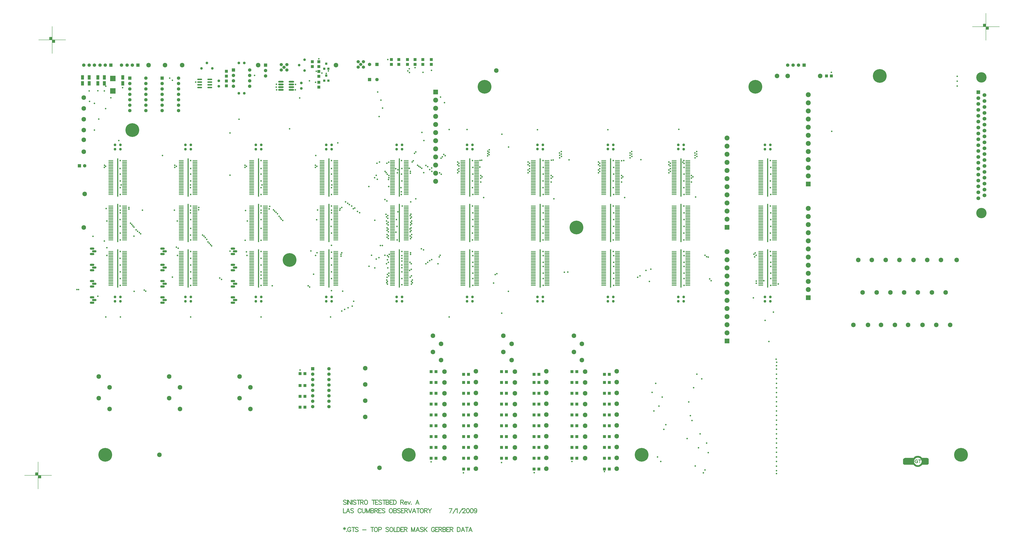
<source format=gts>
%FSLAX23Y23*%
%MOIN*%
G70*
G01*
G75*
G04 Layer_Color=8388736*
%ADD10C,0.005*%
%ADD11O,0.087X0.024*%
%ADD12R,0.050X0.050*%
%ADD13R,0.048X0.078*%
%ADD14R,0.100X0.100*%
%ADD15R,0.085X0.016*%
%ADD16R,0.020X0.709*%
%ADD17R,0.050X0.050*%
%ADD18R,0.035X0.037*%
%ADD19R,0.035X0.037*%
%ADD20O,0.098X0.028*%
%ADD21C,0.010*%
%ADD22C,0.025*%
%ADD23C,0.012*%
%ADD24C,0.008*%
%ADD25C,0.012*%
%ADD26C,0.012*%
%ADD27C,0.080*%
%ADD28C,0.045*%
%ADD29R,0.059X0.059*%
%ADD30C,0.059*%
%ADD31O,0.079X0.039*%
%ADD32O,0.079X0.039*%
%ADD33C,0.087*%
%ADD34R,0.087X0.087*%
%ADD35C,0.050*%
%ADD36R,0.059X0.059*%
%ADD37R,0.059X0.059*%
%ADD38C,0.059*%
%ADD39C,0.047*%
%ADD40C,0.055*%
%ADD41C,0.067*%
%ADD42C,0.067*%
%ADD43R,0.067X0.067*%
%ADD44C,0.187*%
%ADD45C,0.250*%
%ADD46C,0.024*%
%ADD47C,0.050*%
%ADD48C,0.040*%
%ADD49C,0.072*%
%ADD50C,0.055*%
%ADD51C,0.055*%
G04:AMPARAMS|DCode=52|XSize=95.433mil|YSize=95.433mil|CornerRadius=0mil|HoleSize=0mil|Usage=FLASHONLY|Rotation=0.000|XOffset=0mil|YOffset=0mil|HoleType=Round|Shape=Relief|Width=10mil|Gap=10mil|Entries=4|*
%AMTHD52*
7,0,0,0.095,0.075,0.010,45*
%
%ADD52THD52*%
G04:AMPARAMS|DCode=53|XSize=112mil|YSize=112mil|CornerRadius=0mil|HoleSize=0mil|Usage=FLASHONLY|Rotation=0.000|XOffset=0mil|YOffset=0mil|HoleType=Round|Shape=Relief|Width=10mil|Gap=10mil|Entries=4|*
%AMTHD53*
7,0,0,0.112,0.092,0.010,45*
%
%ADD53THD53*%
%ADD54C,0.067*%
G04:AMPARAMS|DCode=55|XSize=85mil|YSize=85mil|CornerRadius=0mil|HoleSize=0mil|Usage=FLASHONLY|Rotation=0.000|XOffset=0mil|YOffset=0mil|HoleType=Round|Shape=Relief|Width=10mil|Gap=10mil|Entries=4|*
%AMTHD55*
7,0,0,0.085,0.065,0.010,45*
%
%ADD55THD55*%
G04:AMPARAMS|DCode=56|XSize=95.433mil|YSize=95.433mil|CornerRadius=0mil|HoleSize=0mil|Usage=FLASHONLY|Rotation=0.000|XOffset=0mil|YOffset=0mil|HoleType=Round|Shape=Relief|Width=10mil|Gap=10mil|Entries=4|*
%AMTHD56*
7,0,0,0.095,0.075,0.010,45*
%
%ADD56THD56*%
%ADD57C,0.048*%
%ADD58C,0.053*%
%ADD59C,0.063*%
%ADD60C,0.063*%
%ADD61C,0.148*%
%ADD62C,0.145*%
%ADD63C,0.030*%
G04:AMPARAMS|DCode=64|XSize=70mil|YSize=70mil|CornerRadius=0mil|HoleSize=0mil|Usage=FLASHONLY|Rotation=0.000|XOffset=0mil|YOffset=0mil|HoleType=Round|Shape=Relief|Width=10mil|Gap=10mil|Entries=4|*
%AMTHD64*
7,0,0,0.070,0.050,0.010,45*
%
%ADD64THD64*%
G04:AMPARAMS|DCode=65|XSize=87.559mil|YSize=87.559mil|CornerRadius=0mil|HoleSize=0mil|Usage=FLASHONLY|Rotation=0.000|XOffset=0mil|YOffset=0mil|HoleType=Round|Shape=Relief|Width=10mil|Gap=10mil|Entries=4|*
%AMTHD65*
7,0,0,0.088,0.068,0.010,45*
%
%ADD65THD65*%
G04:AMPARAMS|DCode=66|XSize=93.465mil|YSize=93.465mil|CornerRadius=0mil|HoleSize=0mil|Usage=FLASHONLY|Rotation=0.000|XOffset=0mil|YOffset=0mil|HoleType=Round|Shape=Relief|Width=10mil|Gap=10mil|Entries=4|*
%AMTHD66*
7,0,0,0.093,0.073,0.010,45*
%
%ADD66THD66*%
G04:AMPARAMS|DCode=67|XSize=102.913mil|YSize=102.913mil|CornerRadius=0mil|HoleSize=0mil|Usage=FLASHONLY|Rotation=0.000|XOffset=0mil|YOffset=0mil|HoleType=Round|Shape=Relief|Width=10mil|Gap=10mil|Entries=4|*
%AMTHD67*
7,0,0,0.103,0.083,0.010,45*
%
%ADD67THD67*%
G04:AMPARAMS|DCode=68|XSize=188.346mil|YSize=188.346mil|CornerRadius=0mil|HoleSize=0mil|Usage=FLASHONLY|Rotation=0.000|XOffset=0mil|YOffset=0mil|HoleType=Round|Shape=Relief|Width=10mil|Gap=10mil|Entries=4|*
%AMTHD68*
7,0,0,0.188,0.168,0.010,45*
%
%ADD68THD68*%
G04:AMPARAMS|DCode=69|XSize=185mil|YSize=185mil|CornerRadius=0mil|HoleSize=0mil|Usage=FLASHONLY|Rotation=0.000|XOffset=0mil|YOffset=0mil|HoleType=Round|Shape=Relief|Width=10mil|Gap=10mil|Entries=4|*
%AMTHD69*
7,0,0,0.185,0.165,0.010,45*
%
%ADD69THD69*%
%ADD70C,0.020*%
%ADD71C,0.015*%
%ADD72C,0.010*%
%ADD73C,0.010*%
%ADD74C,0.008*%
%ADD75C,0.007*%
%ADD76C,0.006*%
%ADD77C,0.006*%
%ADD78C,0.006*%
%ADD79C,0.028*%
%ADD80R,0.500X0.300*%
%ADD81R,0.075X0.031*%
%ADD82C,0.030*%
%ADD83O,0.091X0.028*%
%ADD84R,0.054X0.054*%
%ADD85R,0.052X0.082*%
%ADD86R,0.104X0.104*%
%ADD87R,0.054X0.054*%
%ADD88R,0.039X0.041*%
%ADD89R,0.039X0.041*%
%ADD90O,0.102X0.032*%
%ADD91C,0.084*%
%ADD92C,0.049*%
%ADD93R,0.063X0.063*%
%ADD94C,0.063*%
%ADD95O,0.083X0.043*%
%ADD96O,0.083X0.043*%
%ADD97C,0.091*%
%ADD98R,0.091X0.091*%
%ADD99R,0.063X0.063*%
%ADD100R,0.063X0.063*%
%ADD101C,0.063*%
%ADD102C,0.051*%
%ADD103C,0.059*%
%ADD104C,0.071*%
%ADD105C,0.071*%
%ADD106R,0.071X0.071*%
%ADD107C,0.191*%
%ADD108C,0.254*%
%ADD109C,0.028*%
G36*
X25051Y10742D02*
X25032D01*
Y10689D01*
X25019D01*
Y10742D01*
X25000D01*
Y10753D01*
X25051D01*
Y10742D01*
D02*
G37*
G36*
X24759Y10700D02*
X24792D01*
Y10689D01*
X24747D01*
Y10753D01*
X24759D01*
Y10700D01*
D02*
G37*
G36*
X24895Y10754D02*
X24896Y10754D01*
X24897Y10754D01*
X24899Y10754D01*
X24900Y10753D01*
X24902Y10753D01*
X24904Y10753D01*
X24906Y10752D01*
X24907Y10751D01*
X24909Y10750D01*
X24911Y10749D01*
X24913Y10748D01*
X24915Y10747D01*
X24916Y10745D01*
X24917Y10745D01*
X24917Y10745D01*
X24917Y10744D01*
X24918Y10744D01*
X24918Y10743D01*
X24919Y10742D01*
X24920Y10740D01*
X24921Y10739D01*
X24922Y10737D01*
X24922Y10736D01*
X24923Y10734D01*
X24924Y10731D01*
X24924Y10729D01*
X24925Y10726D01*
X24925Y10724D01*
X24925Y10721D01*
Y10721D01*
Y10721D01*
Y10720D01*
X24925Y10719D01*
X24925Y10718D01*
X24925Y10717D01*
X24925Y10715D01*
X24924Y10714D01*
X24924Y10712D01*
X24923Y10710D01*
X24923Y10708D01*
X24922Y10706D01*
X24921Y10704D01*
X24920Y10702D01*
X24919Y10700D01*
X24918Y10698D01*
X24916Y10697D01*
X24916Y10696D01*
X24916Y10696D01*
X24916Y10696D01*
X24915Y10695D01*
X24914Y10695D01*
X24913Y10694D01*
X24912Y10693D01*
X24910Y10692D01*
X24909Y10691D01*
X24907Y10691D01*
X24905Y10690D01*
X24903Y10689D01*
X24901Y10689D01*
X24899Y10688D01*
X24897Y10688D01*
X24894Y10688D01*
X24893D01*
X24893Y10688D01*
X24892Y10688D01*
X24890Y10688D01*
X24889Y10688D01*
X24887Y10689D01*
X24886Y10689D01*
X24884Y10689D01*
X24882Y10690D01*
X24880Y10691D01*
X24878Y10691D01*
X24877Y10692D01*
X24875Y10694D01*
X24873Y10695D01*
X24871Y10696D01*
X24871Y10697D01*
X24871Y10697D01*
X24871Y10697D01*
X24870Y10698D01*
X24869Y10699D01*
X24869Y10700D01*
X24868Y10701D01*
X24867Y10703D01*
X24866Y10704D01*
X24866Y10706D01*
X24865Y10708D01*
X24864Y10710D01*
X24864Y10713D01*
X24863Y10715D01*
X24863Y10718D01*
X24863Y10721D01*
Y10721D01*
Y10721D01*
Y10721D01*
X24863Y10722D01*
Y10723D01*
X24863Y10724D01*
X24863Y10725D01*
X24863Y10726D01*
X24864Y10729D01*
X24864Y10732D01*
X24865Y10734D01*
X24866Y10737D01*
Y10737D01*
X24866Y10737D01*
X24866Y10738D01*
X24866Y10738D01*
X24867Y10739D01*
X24867Y10740D01*
X24868Y10741D01*
X24869Y10743D01*
X24870Y10744D01*
X24872Y10746D01*
X24872Y10746D01*
X24872Y10746D01*
X24872Y10746D01*
X24873Y10747D01*
X24874Y10748D01*
X24875Y10749D01*
X24877Y10750D01*
X24878Y10751D01*
X24880Y10752D01*
X24880D01*
X24880Y10752D01*
X24881Y10752D01*
X24881Y10752D01*
X24882Y10752D01*
X24882Y10752D01*
X24883Y10753D01*
X24884Y10753D01*
X24885Y10753D01*
X24886Y10753D01*
X24888Y10754D01*
X24891Y10754D01*
X24894Y10754D01*
X24894D01*
X24895Y10754D01*
D02*
G37*
G36*
X24966D02*
X24967Y10754D01*
X24969Y10754D01*
X24970Y10754D01*
X24971Y10754D01*
X24974Y10753D01*
X24976Y10753D01*
X24977Y10752D01*
X24979Y10751D01*
X24980Y10751D01*
X24982Y10750D01*
X24983Y10749D01*
X24983Y10749D01*
X24983Y10749D01*
X24984Y10749D01*
X24984Y10748D01*
X24985Y10748D01*
X24985Y10747D01*
X24986Y10746D01*
X24987Y10746D01*
X24987Y10745D01*
X24988Y10744D01*
X24989Y10742D01*
X24990Y10741D01*
X24990Y10740D01*
X24991Y10738D01*
X24991Y10737D01*
X24992Y10735D01*
X24979Y10733D01*
Y10733D01*
X24979Y10733D01*
X24979Y10733D01*
X24979Y10734D01*
X24978Y10735D01*
X24978Y10736D01*
X24977Y10737D01*
X24976Y10738D01*
X24975Y10739D01*
X24974Y10740D01*
X24974Y10740D01*
X24973Y10741D01*
X24972Y10741D01*
X24971Y10742D01*
X24970Y10742D01*
X24968Y10743D01*
X24966Y10743D01*
X24964Y10743D01*
X24964D01*
X24963Y10743D01*
X24962Y10743D01*
X24962Y10743D01*
X24961Y10743D01*
X24960Y10742D01*
X24957Y10742D01*
X24956Y10741D01*
X24955Y10741D01*
X24954Y10740D01*
X24953Y10739D01*
X24952Y10739D01*
X24951Y10738D01*
X24951Y10738D01*
X24951Y10737D01*
X24951Y10737D01*
X24950Y10737D01*
X24950Y10736D01*
X24950Y10735D01*
X24949Y10735D01*
X24949Y10734D01*
X24948Y10733D01*
X24948Y10731D01*
X24947Y10730D01*
X24947Y10729D01*
X24947Y10727D01*
X24946Y10725D01*
X24946Y10724D01*
X24946Y10722D01*
Y10722D01*
Y10721D01*
Y10721D01*
X24946Y10720D01*
X24946Y10719D01*
X24946Y10718D01*
X24947Y10717D01*
X24947Y10715D01*
X24947Y10713D01*
X24948Y10711D01*
X24948Y10710D01*
X24949Y10708D01*
X24949Y10707D01*
X24950Y10706D01*
X24951Y10705D01*
X24951Y10704D01*
X24951Y10704D01*
X24952Y10704D01*
X24952Y10704D01*
X24953Y10703D01*
X24953Y10703D01*
X24954Y10702D01*
X24955Y10702D01*
X24956Y10701D01*
X24957Y10701D01*
X24958Y10700D01*
X24959Y10700D01*
X24960Y10699D01*
X24961Y10699D01*
X24963Y10699D01*
X24964Y10699D01*
X24965D01*
X24966Y10699D01*
X24967Y10699D01*
X24968Y10699D01*
X24969Y10700D01*
X24971Y10700D01*
X24972Y10700D01*
X24973D01*
X24973Y10701D01*
X24973Y10701D01*
X24974Y10701D01*
X24975Y10702D01*
X24976Y10702D01*
X24977Y10703D01*
X24978Y10703D01*
X24980Y10704D01*
Y10712D01*
X24965D01*
Y10723D01*
X24993D01*
Y10698D01*
X24993Y10698D01*
X24992Y10698D01*
X24992Y10697D01*
X24992Y10697D01*
X24991Y10697D01*
X24991Y10696D01*
X24990Y10696D01*
X24990Y10695D01*
X24989Y10695D01*
X24988Y10694D01*
X24987Y10694D01*
X24986Y10693D01*
X24985Y10693D01*
X24984Y10692D01*
X24982Y10691D01*
X24981Y10691D01*
X24981D01*
X24980Y10691D01*
X24980Y10691D01*
X24979Y10690D01*
X24979Y10690D01*
X24978Y10690D01*
X24977Y10690D01*
X24976Y10689D01*
X24975Y10689D01*
X24974Y10689D01*
X24971Y10688D01*
X24968Y10688D01*
X24965Y10688D01*
X24964D01*
X24964Y10688D01*
X24963Y10688D01*
X24962Y10688D01*
X24960Y10688D01*
X24959Y10688D01*
X24958Y10689D01*
X24956Y10689D01*
X24954Y10690D01*
X24952Y10690D01*
X24951Y10691D01*
X24949Y10691D01*
X24948Y10692D01*
X24948Y10692D01*
X24947Y10692D01*
X24947Y10692D01*
X24946Y10693D01*
X24946Y10693D01*
X24945Y10694D01*
X24944Y10694D01*
X24944Y10695D01*
X24943Y10696D01*
X24942Y10697D01*
X24941Y10698D01*
X24940Y10699D01*
X24939Y10700D01*
X24938Y10701D01*
X24937Y10703D01*
X24937Y10704D01*
Y10704D01*
X24936Y10704D01*
X24936Y10705D01*
X24936Y10705D01*
X24936Y10706D01*
X24935Y10707D01*
X24935Y10708D01*
X24935Y10709D01*
X24934Y10710D01*
X24934Y10712D01*
X24934Y10713D01*
X24933Y10715D01*
X24933Y10718D01*
X24933Y10719D01*
X24933Y10721D01*
Y10721D01*
Y10722D01*
Y10722D01*
X24933Y10723D01*
X24933Y10724D01*
X24933Y10725D01*
X24933Y10726D01*
X24933Y10727D01*
X24934Y10729D01*
X24934Y10730D01*
X24935Y10733D01*
X24935Y10734D01*
X24936Y10736D01*
X24936Y10737D01*
X24937Y10739D01*
X24937Y10739D01*
X24937Y10739D01*
X24937Y10740D01*
X24938Y10740D01*
X24938Y10741D01*
X24939Y10742D01*
X24939Y10742D01*
X24940Y10743D01*
X24941Y10744D01*
X24942Y10745D01*
X24943Y10746D01*
X24944Y10747D01*
X24945Y10748D01*
X24946Y10749D01*
X24948Y10750D01*
X24949Y10751D01*
X24949D01*
X24949Y10751D01*
X24950Y10751D01*
X24950Y10751D01*
X24951Y10752D01*
X24952Y10752D01*
X24952Y10752D01*
X24953Y10753D01*
X24955Y10753D01*
X24956Y10753D01*
X24957Y10753D01*
X24958Y10754D01*
X24960Y10754D01*
X24961Y10754D01*
X24964Y10754D01*
X24966D01*
X24966Y10754D01*
D02*
G37*
G36*
X24830D02*
X24830D01*
X24831Y10754D01*
X24833Y10754D01*
X24834Y10754D01*
X24835Y10753D01*
X24837Y10753D01*
X24838Y10753D01*
X24840Y10752D01*
X24842Y10751D01*
X24843Y10750D01*
X24845Y10750D01*
X24846Y10748D01*
X24848Y10747D01*
X24848Y10747D01*
X24848Y10747D01*
X24848Y10747D01*
X24848Y10746D01*
X24849Y10746D01*
X24849Y10746D01*
X24850Y10745D01*
X24850Y10744D01*
X24851Y10743D01*
X24851Y10743D01*
X24852Y10742D01*
X24852Y10741D01*
X24853Y10739D01*
X24853Y10738D01*
X24854Y10737D01*
X24854Y10735D01*
X24841Y10732D01*
Y10732D01*
X24841Y10733D01*
X24841Y10733D01*
X24841Y10733D01*
X24841Y10734D01*
X24840Y10735D01*
X24840Y10736D01*
X24839Y10738D01*
X24838Y10739D01*
X24837Y10740D01*
X24836Y10740D01*
X24836Y10741D01*
X24835Y10741D01*
X24834Y10742D01*
X24833Y10742D01*
X24831Y10743D01*
X24830Y10743D01*
X24828Y10743D01*
X24827D01*
X24827Y10743D01*
X24826Y10743D01*
X24825Y10743D01*
X24824Y10742D01*
X24822Y10742D01*
X24821Y10741D01*
X24820Y10741D01*
X24819Y10740D01*
X24818Y10740D01*
X24817Y10739D01*
X24816Y10738D01*
X24816Y10738D01*
X24816Y10738D01*
X24816Y10737D01*
X24816Y10737D01*
X24815Y10736D01*
X24815Y10736D01*
X24814Y10735D01*
X24814Y10734D01*
X24814Y10733D01*
X24813Y10732D01*
X24813Y10730D01*
X24813Y10729D01*
X24812Y10727D01*
X24812Y10725D01*
X24812Y10723D01*
X24812Y10721D01*
Y10721D01*
Y10721D01*
Y10720D01*
X24812Y10719D01*
X24812Y10718D01*
X24812Y10717D01*
X24812Y10716D01*
X24812Y10715D01*
X24813Y10712D01*
X24814Y10709D01*
X24814Y10708D01*
X24815Y10706D01*
X24815Y10705D01*
X24816Y10704D01*
X24816Y10704D01*
X24816Y10704D01*
X24817Y10704D01*
X24817Y10703D01*
X24817Y10703D01*
X24818Y10702D01*
X24819Y10702D01*
X24819Y10702D01*
X24821Y10701D01*
X24823Y10700D01*
X24824Y10699D01*
X24825Y10699D01*
X24826Y10699D01*
X24828Y10699D01*
X24828D01*
X24828Y10699D01*
X24829Y10699D01*
X24831Y10699D01*
X24832Y10700D01*
X24833Y10700D01*
X24835Y10701D01*
X24836Y10702D01*
X24836Y10702D01*
X24837Y10702D01*
X24837Y10703D01*
X24838Y10704D01*
X24838Y10705D01*
X24839Y10705D01*
X24839Y10706D01*
X24840Y10707D01*
X24840Y10708D01*
X24841Y10709D01*
X24841Y10710D01*
X24841Y10711D01*
X24842Y10713D01*
X24854Y10709D01*
Y10709D01*
X24854Y10708D01*
X24854Y10708D01*
X24854Y10707D01*
X24853Y10706D01*
X24853Y10705D01*
X24853Y10704D01*
X24852Y10703D01*
X24851Y10700D01*
X24850Y10699D01*
X24849Y10698D01*
X24848Y10696D01*
X24847Y10695D01*
X24846Y10694D01*
X24845Y10693D01*
X24845Y10693D01*
X24844Y10693D01*
X24844Y10692D01*
X24844Y10692D01*
X24843Y10692D01*
X24842Y10691D01*
X24841Y10691D01*
X24840Y10690D01*
X24839Y10690D01*
X24838Y10689D01*
X24836Y10689D01*
X24835Y10689D01*
X24833Y10688D01*
X24831Y10688D01*
X24830Y10688D01*
X24828Y10688D01*
X24827D01*
X24826Y10688D01*
X24826Y10688D01*
X24825Y10688D01*
X24823Y10688D01*
X24822Y10689D01*
X24820Y10689D01*
X24819Y10689D01*
X24817Y10690D01*
X24815Y10691D01*
X24813Y10692D01*
X24812Y10693D01*
X24810Y10694D01*
X24808Y10695D01*
X24807Y10697D01*
X24807Y10697D01*
X24806Y10697D01*
X24806Y10697D01*
X24805Y10698D01*
X24805Y10699D01*
X24804Y10700D01*
X24803Y10701D01*
X24803Y10703D01*
X24802Y10704D01*
X24801Y10706D01*
X24800Y10708D01*
X24800Y10710D01*
X24799Y10713D01*
X24799Y10715D01*
X24799Y10718D01*
X24799Y10720D01*
Y10721D01*
Y10721D01*
Y10721D01*
Y10721D01*
X24799Y10722D01*
X24799Y10723D01*
X24799Y10724D01*
X24799Y10726D01*
X24799Y10728D01*
X24800Y10730D01*
X24800Y10732D01*
X24801Y10734D01*
X24801Y10736D01*
X24802Y10738D01*
X24803Y10740D01*
X24804Y10742D01*
X24805Y10744D01*
X24807Y10745D01*
X24807Y10745D01*
X24807Y10746D01*
X24808Y10746D01*
X24808Y10747D01*
X24809Y10747D01*
X24810Y10748D01*
X24811Y10749D01*
X24813Y10750D01*
X24814Y10751D01*
X24816Y10751D01*
X24817Y10752D01*
X24819Y10753D01*
X24821Y10753D01*
X24824Y10754D01*
X24826Y10754D01*
X24828Y10754D01*
X24829D01*
X24830Y10754D01*
D02*
G37*
%LPC*%
G36*
X24894Y10743D02*
X24893D01*
X24893Y10743D01*
X24892Y10743D01*
X24891Y10743D01*
X24890Y10743D01*
X24889Y10742D01*
X24887Y10742D01*
X24886Y10741D01*
X24885Y10741D01*
X24884Y10740D01*
X24883Y10739D01*
X24882Y10739D01*
X24881Y10738D01*
X24881Y10738D01*
X24881Y10737D01*
X24881Y10737D01*
X24880Y10737D01*
X24880Y10736D01*
X24880Y10735D01*
X24879Y10734D01*
X24879Y10733D01*
X24878Y10732D01*
X24878Y10731D01*
X24877Y10730D01*
X24877Y10728D01*
X24877Y10727D01*
X24876Y10725D01*
X24876Y10723D01*
X24876Y10721D01*
Y10721D01*
Y10721D01*
Y10720D01*
X24876Y10719D01*
X24876Y10718D01*
X24876Y10717D01*
X24877Y10716D01*
X24877Y10715D01*
X24877Y10712D01*
X24878Y10711D01*
X24878Y10709D01*
X24879Y10708D01*
X24880Y10707D01*
X24880Y10706D01*
X24881Y10704D01*
X24881Y10704D01*
X24881Y10704D01*
X24882Y10704D01*
X24882Y10704D01*
X24883Y10703D01*
X24883Y10703D01*
X24884Y10702D01*
X24885Y10702D01*
X24886Y10701D01*
X24887Y10701D01*
X24888Y10700D01*
X24889Y10700D01*
X24890Y10699D01*
X24891Y10699D01*
X24893Y10699D01*
X24894Y10699D01*
X24895D01*
X24895Y10699D01*
X24896Y10699D01*
X24897Y10699D01*
X24898Y10699D01*
X24898Y10700D01*
X24900Y10700D01*
X24902Y10701D01*
X24903Y10701D01*
X24904Y10702D01*
X24905Y10703D01*
X24906Y10703D01*
X24907Y10704D01*
X24907Y10705D01*
X24907Y10705D01*
X24907Y10705D01*
X24907Y10706D01*
X24908Y10706D01*
X24908Y10707D01*
X24909Y10708D01*
X24909Y10709D01*
X24910Y10710D01*
X24910Y10711D01*
X24910Y10712D01*
X24911Y10714D01*
X24911Y10716D01*
X24911Y10717D01*
X24912Y10719D01*
X24912Y10721D01*
Y10721D01*
Y10722D01*
Y10722D01*
X24912Y10723D01*
X24911Y10724D01*
X24911Y10725D01*
X24911Y10726D01*
X24911Y10727D01*
X24910Y10730D01*
X24910Y10731D01*
X24910Y10733D01*
X24909Y10734D01*
X24908Y10735D01*
X24908Y10737D01*
X24907Y10738D01*
X24907Y10738D01*
X24907Y10738D01*
X24906Y10738D01*
X24906Y10738D01*
X24905Y10739D01*
X24905Y10739D01*
X24904Y10740D01*
X24903Y10740D01*
X24903Y10741D01*
X24902Y10741D01*
X24900Y10742D01*
X24899Y10742D01*
X24898Y10743D01*
X24897Y10743D01*
X24895Y10743D01*
X24894Y10743D01*
D02*
G37*
%LPD*%
D10*
X24997Y10623D02*
X25007Y10624D01*
X25018Y10626D01*
X25028Y10629D01*
X25038Y10634D01*
X25046Y10640D01*
X25055Y10647D01*
Y10793D02*
X25046Y10800D01*
X25038Y10806D01*
X25028Y10811D01*
X25018Y10814D01*
X25007Y10816D01*
X24997Y10817D01*
X24923Y10647D02*
X24931Y10640D01*
X24939Y10634D01*
X24949Y10629D01*
X24959Y10626D01*
X24970Y10624D01*
X24980Y10623D01*
Y10817D02*
X24970Y10816D01*
X24959Y10814D01*
X24949Y10811D01*
X24939Y10806D01*
X24931Y10800D01*
X24923Y10793D01*
X24758Y10780D02*
X24748Y10779D01*
X24739Y10775D01*
X24730Y10768D01*
X24724Y10760D01*
X24720Y10750D01*
X24719Y10740D01*
Y10690D02*
X24720Y10681D01*
X24724Y10672D01*
X24731Y10666D01*
X24739Y10661D01*
X24749Y10660D01*
X25159D02*
X25168Y10661D01*
X25176Y10666D01*
X25183Y10672D01*
X25187Y10681D01*
X25188Y10690D01*
Y10750D02*
X25187Y10759D01*
X25183Y10768D01*
X25176Y10774D01*
X25168Y10779D01*
X25159Y10780D01*
X24980Y10623D02*
X24989D01*
X24997D01*
X24989Y10817D02*
X24997D01*
X24980D02*
X24989D01*
X24758Y10780D02*
X24919D01*
X24719Y10690D02*
Y10740D01*
X24749Y10660D02*
X24919D01*
X25087D02*
X25159D01*
X25188Y10690D02*
Y10750D01*
X25117Y10780D02*
X25159D01*
X25059D02*
X25118D01*
X25059Y10660D02*
X25088D01*
D15*
X22089Y13971D02*
D03*
X22344D02*
D03*
X22089Y13996D02*
D03*
X22344D02*
D03*
X22089Y14021D02*
D03*
X22344D02*
D03*
X22089Y14046D02*
D03*
X22344D02*
D03*
X22089Y14071D02*
D03*
X22344D02*
D03*
X22089Y14096D02*
D03*
X22344D02*
D03*
X22089Y14121D02*
D03*
X22344D02*
D03*
X22089Y14146D02*
D03*
X22344D02*
D03*
X22089Y14171D02*
D03*
X22344D02*
D03*
X22089Y14196D02*
D03*
X22344D02*
D03*
X22089Y14221D02*
D03*
X22344D02*
D03*
X22089Y14246D02*
D03*
X22344D02*
D03*
X22089Y14271D02*
D03*
X22344D02*
D03*
X22089Y14296D02*
D03*
X22344D02*
D03*
X22089Y14321D02*
D03*
X22344D02*
D03*
X22089Y14346D02*
D03*
X22344D02*
D03*
X22089Y14371D02*
D03*
X22344D02*
D03*
X22089Y14396D02*
D03*
X22344D02*
D03*
X22089Y14421D02*
D03*
X22344D02*
D03*
X22089Y14446D02*
D03*
X22344D02*
D03*
X22089Y14471D02*
D03*
X22344D02*
D03*
X22089Y14496D02*
D03*
X22344D02*
D03*
X22089Y14521D02*
D03*
X22344D02*
D03*
X22089Y14546D02*
D03*
X22344D02*
D03*
X22089Y14571D02*
D03*
X22344D02*
D03*
X22089Y14596D02*
D03*
X22344D02*
D03*
X22089Y14811D02*
D03*
X22344D02*
D03*
X22089Y14836D02*
D03*
X22344D02*
D03*
X22089Y14861D02*
D03*
X22344D02*
D03*
X22089Y14886D02*
D03*
X22344D02*
D03*
X22089Y14911D02*
D03*
X22344D02*
D03*
X22089Y14936D02*
D03*
X22344D02*
D03*
X22089Y14961D02*
D03*
X22344D02*
D03*
X22089Y14986D02*
D03*
X22344D02*
D03*
X22089Y15011D02*
D03*
X22344D02*
D03*
X22089Y15036D02*
D03*
X22344D02*
D03*
X22089Y15061D02*
D03*
X22344D02*
D03*
X22089Y15086D02*
D03*
X22344D02*
D03*
X22089Y15111D02*
D03*
X22344D02*
D03*
X22089Y15136D02*
D03*
X22344D02*
D03*
X22089Y15161D02*
D03*
X22344D02*
D03*
X22089Y15186D02*
D03*
X22344D02*
D03*
X22089Y15211D02*
D03*
X22344D02*
D03*
X22089Y15236D02*
D03*
X22344D02*
D03*
X22089Y15261D02*
D03*
X22344D02*
D03*
X22089Y15286D02*
D03*
X22344D02*
D03*
X22089Y15311D02*
D03*
X22344D02*
D03*
X22089Y15336D02*
D03*
X22344D02*
D03*
X22089Y15361D02*
D03*
X22344D02*
D03*
X22089Y15386D02*
D03*
X22344D02*
D03*
X22089Y15411D02*
D03*
X22344D02*
D03*
X22089Y15436D02*
D03*
X22344D02*
D03*
X22089Y15652D02*
D03*
X22344D02*
D03*
X22089Y15677D02*
D03*
X22344D02*
D03*
X22089Y15702D02*
D03*
X22344D02*
D03*
X22089Y15727D02*
D03*
X22344D02*
D03*
X22089Y15752D02*
D03*
X22344D02*
D03*
X22089Y15777D02*
D03*
X22344D02*
D03*
X22089Y15802D02*
D03*
X22344D02*
D03*
X22089Y15827D02*
D03*
X22344D02*
D03*
X22089Y15852D02*
D03*
X22344D02*
D03*
X22089Y15877D02*
D03*
X22344D02*
D03*
X22089Y15902D02*
D03*
X22344D02*
D03*
X22089Y15927D02*
D03*
X22344D02*
D03*
X22089Y15952D02*
D03*
X22344D02*
D03*
X22089Y15977D02*
D03*
X22344D02*
D03*
X22089Y16002D02*
D03*
X22344D02*
D03*
X22089Y16027D02*
D03*
X22344D02*
D03*
X22089Y16052D02*
D03*
X22344D02*
D03*
X22089Y16077D02*
D03*
X22344D02*
D03*
X22089Y16102D02*
D03*
X22344D02*
D03*
X22089Y16127D02*
D03*
X22344D02*
D03*
X22089Y16152D02*
D03*
X22344D02*
D03*
X22089Y16177D02*
D03*
X22344D02*
D03*
X22089Y16202D02*
D03*
X22344D02*
D03*
X22089Y16227D02*
D03*
X22344D02*
D03*
X22089Y16252D02*
D03*
X22344D02*
D03*
X22089Y16277D02*
D03*
X22344D02*
D03*
X15289Y13971D02*
D03*
X15544D02*
D03*
X15289Y13996D02*
D03*
X15544D02*
D03*
X15289Y14021D02*
D03*
X15544D02*
D03*
X15289Y14046D02*
D03*
X15544D02*
D03*
X15289Y14071D02*
D03*
X15544D02*
D03*
X15289Y14096D02*
D03*
X15544D02*
D03*
X15289Y14121D02*
D03*
X15544D02*
D03*
X15289Y14146D02*
D03*
X15544D02*
D03*
X15289Y14171D02*
D03*
X15544D02*
D03*
X15289Y14196D02*
D03*
X15544D02*
D03*
X15289Y14221D02*
D03*
X15544D02*
D03*
X15289Y14246D02*
D03*
X15544D02*
D03*
X15289Y14271D02*
D03*
X15544D02*
D03*
X15289Y14296D02*
D03*
X15544D02*
D03*
X15289Y14321D02*
D03*
X15544D02*
D03*
X15289Y14346D02*
D03*
X15544D02*
D03*
X15289Y14371D02*
D03*
X15544D02*
D03*
X15289Y14396D02*
D03*
X15544D02*
D03*
X15289Y14421D02*
D03*
X15544D02*
D03*
X15289Y14446D02*
D03*
X15544D02*
D03*
X15289Y14471D02*
D03*
X15544D02*
D03*
X15289Y14496D02*
D03*
X15544D02*
D03*
X15289Y14521D02*
D03*
X15544D02*
D03*
X15289Y14546D02*
D03*
X15544D02*
D03*
X15289Y14571D02*
D03*
X15544D02*
D03*
X15289Y14596D02*
D03*
X15544D02*
D03*
X15289Y14811D02*
D03*
X15544D02*
D03*
X15289Y14836D02*
D03*
X15544D02*
D03*
X15289Y14861D02*
D03*
X15544D02*
D03*
X15289Y14886D02*
D03*
X15544D02*
D03*
X15289Y14911D02*
D03*
X15544D02*
D03*
X15289Y14936D02*
D03*
X15544D02*
D03*
X15289Y14961D02*
D03*
X15544D02*
D03*
X15289Y14986D02*
D03*
X15544D02*
D03*
X15289Y15011D02*
D03*
X15544D02*
D03*
X15289Y15036D02*
D03*
X15544D02*
D03*
X15289Y15061D02*
D03*
X15544D02*
D03*
X15289Y15086D02*
D03*
X15544D02*
D03*
X15289Y15111D02*
D03*
X15544D02*
D03*
X15289Y15136D02*
D03*
X15544D02*
D03*
X15289Y15161D02*
D03*
X15544D02*
D03*
X15289Y15186D02*
D03*
X15544D02*
D03*
X15289Y15211D02*
D03*
X15544D02*
D03*
X15289Y15236D02*
D03*
X15544D02*
D03*
X15289Y15261D02*
D03*
X15544D02*
D03*
X15289Y15286D02*
D03*
X15544D02*
D03*
X15289Y15311D02*
D03*
X15544D02*
D03*
X15289Y15336D02*
D03*
X15544D02*
D03*
X15289Y15361D02*
D03*
X15544D02*
D03*
X15289Y15386D02*
D03*
X15544D02*
D03*
X15289Y15411D02*
D03*
X15544D02*
D03*
X15289Y15436D02*
D03*
X15544D02*
D03*
X15289Y15652D02*
D03*
X15544D02*
D03*
X15289Y15677D02*
D03*
X15544D02*
D03*
X15289Y15702D02*
D03*
X15544D02*
D03*
X15289Y15727D02*
D03*
X15544D02*
D03*
X15289Y15752D02*
D03*
X15544D02*
D03*
X15289Y15777D02*
D03*
X15544D02*
D03*
X15289Y15802D02*
D03*
X15544D02*
D03*
X15289Y15827D02*
D03*
X15544D02*
D03*
X15289Y15852D02*
D03*
X15544D02*
D03*
X15289Y15877D02*
D03*
X15544D02*
D03*
X15289Y15902D02*
D03*
X15544D02*
D03*
X15289Y15927D02*
D03*
X15544D02*
D03*
X15289Y15952D02*
D03*
X15544D02*
D03*
X15289Y15977D02*
D03*
X15544D02*
D03*
X15289Y16002D02*
D03*
X15544D02*
D03*
X15289Y16027D02*
D03*
X15544D02*
D03*
X15289Y16052D02*
D03*
X15544D02*
D03*
X15289Y16077D02*
D03*
X15544D02*
D03*
Y16102D02*
D03*
X15289Y16127D02*
D03*
X15544D02*
D03*
X15289Y16152D02*
D03*
X15544D02*
D03*
X15289Y16177D02*
D03*
X15544D02*
D03*
X15289Y16202D02*
D03*
X15544D02*
D03*
X15289Y16227D02*
D03*
X15544D02*
D03*
X15289Y16252D02*
D03*
X15544D02*
D03*
X15289Y16277D02*
D03*
X15544D02*
D03*
X10089Y13971D02*
D03*
X10344D02*
D03*
X10089Y13996D02*
D03*
X10344D02*
D03*
X10089Y14021D02*
D03*
X10344D02*
D03*
X10089Y14046D02*
D03*
X10344D02*
D03*
X10089Y14071D02*
D03*
X10344D02*
D03*
X10089Y14096D02*
D03*
X10344D02*
D03*
X10089Y14121D02*
D03*
X10344D02*
D03*
X10089Y14146D02*
D03*
X10344D02*
D03*
X10089Y14171D02*
D03*
X10344D02*
D03*
X10089Y14196D02*
D03*
X10344D02*
D03*
X10089Y14221D02*
D03*
X10344D02*
D03*
X10089Y14246D02*
D03*
X10344D02*
D03*
X10089Y14271D02*
D03*
X10344D02*
D03*
X10089Y14296D02*
D03*
X10344D02*
D03*
X10089Y14321D02*
D03*
X10344D02*
D03*
X10089Y14346D02*
D03*
X10344D02*
D03*
X10089Y14371D02*
D03*
X10344D02*
D03*
X10089Y14396D02*
D03*
X10344D02*
D03*
X10089Y14421D02*
D03*
X10344D02*
D03*
X10089Y14446D02*
D03*
X10344D02*
D03*
X10089Y14471D02*
D03*
X10344D02*
D03*
X10089Y14496D02*
D03*
X10344D02*
D03*
X10089Y14521D02*
D03*
X10344D02*
D03*
X10089Y14546D02*
D03*
X10344D02*
D03*
X10089Y14571D02*
D03*
X10344D02*
D03*
X10089Y14596D02*
D03*
X10344D02*
D03*
X10089Y14811D02*
D03*
X10344D02*
D03*
X10089Y14836D02*
D03*
X10344D02*
D03*
X10089Y14861D02*
D03*
X10344D02*
D03*
X10089Y14886D02*
D03*
X10344D02*
D03*
X10089Y14911D02*
D03*
X10344D02*
D03*
X10089Y14936D02*
D03*
X10344D02*
D03*
X10089Y14961D02*
D03*
X10344D02*
D03*
X10089Y14986D02*
D03*
X10344D02*
D03*
X10089Y15011D02*
D03*
X10344D02*
D03*
X10089Y15036D02*
D03*
X10344D02*
D03*
X10089Y15061D02*
D03*
X10344D02*
D03*
X10089Y15086D02*
D03*
X10344D02*
D03*
X10089Y15111D02*
D03*
X10344D02*
D03*
X10089Y15136D02*
D03*
X10344D02*
D03*
X10089Y15161D02*
D03*
X10344D02*
D03*
X10089Y15186D02*
D03*
X10344D02*
D03*
X10089Y15211D02*
D03*
X10344D02*
D03*
X10089Y15236D02*
D03*
X10344D02*
D03*
X10089Y15261D02*
D03*
X10344D02*
D03*
X10089Y15286D02*
D03*
X10344D02*
D03*
X10089Y15311D02*
D03*
X10344D02*
D03*
X10089Y15336D02*
D03*
X10344D02*
D03*
X10089Y15361D02*
D03*
X10344D02*
D03*
X10089Y15386D02*
D03*
X10344D02*
D03*
X10089Y15411D02*
D03*
X10344D02*
D03*
X10089Y15436D02*
D03*
X10344D02*
D03*
X10089Y15652D02*
D03*
X10344D02*
D03*
X10089Y15677D02*
D03*
X10344D02*
D03*
X10089Y15702D02*
D03*
X10344D02*
D03*
X10089Y15727D02*
D03*
X10344D02*
D03*
X10089Y15752D02*
D03*
X10344D02*
D03*
X10089Y15777D02*
D03*
X10344D02*
D03*
X10089Y15802D02*
D03*
X10344D02*
D03*
X10089Y15827D02*
D03*
X10344D02*
D03*
X10089Y15852D02*
D03*
X10344D02*
D03*
X10089Y15877D02*
D03*
X10344D02*
D03*
X10089Y15902D02*
D03*
X10344D02*
D03*
X10089Y15927D02*
D03*
X10344D02*
D03*
X10089Y15952D02*
D03*
X10344D02*
D03*
X10089Y15977D02*
D03*
X10344D02*
D03*
X10089Y16002D02*
D03*
X10344D02*
D03*
X10089Y16027D02*
D03*
X10344D02*
D03*
X10089Y16052D02*
D03*
X10344D02*
D03*
X10089Y16077D02*
D03*
X10344D02*
D03*
X10089Y16102D02*
D03*
X10344D02*
D03*
X10089Y16127D02*
D03*
X10344D02*
D03*
X10089Y16152D02*
D03*
X10344D02*
D03*
X10089Y16177D02*
D03*
X10344D02*
D03*
X10089Y16202D02*
D03*
X10344D02*
D03*
X10089Y16227D02*
D03*
X10344D02*
D03*
X10089Y16252D02*
D03*
X10344D02*
D03*
X10089Y16277D02*
D03*
X10344D02*
D03*
X11389Y13971D02*
D03*
X11644D02*
D03*
X11389Y13996D02*
D03*
X11644D02*
D03*
X11389Y14021D02*
D03*
X11644D02*
D03*
X11389Y14046D02*
D03*
X11644D02*
D03*
X11389Y14071D02*
D03*
X11644D02*
D03*
X11389Y14096D02*
D03*
X11644D02*
D03*
X11389Y14121D02*
D03*
X11644D02*
D03*
X11389Y14146D02*
D03*
X11644D02*
D03*
X11389Y14171D02*
D03*
X11644D02*
D03*
X11389Y14196D02*
D03*
X11644D02*
D03*
X11389Y14221D02*
D03*
X11644D02*
D03*
X11389Y14246D02*
D03*
X11644D02*
D03*
X11389Y14271D02*
D03*
X11644D02*
D03*
X11389Y14296D02*
D03*
X11644D02*
D03*
X11389Y14321D02*
D03*
X11644D02*
D03*
X11389Y14346D02*
D03*
X11644D02*
D03*
X11389Y14371D02*
D03*
X11644D02*
D03*
X11389Y14396D02*
D03*
X11644D02*
D03*
X11389Y14421D02*
D03*
X11644D02*
D03*
X11389Y14446D02*
D03*
X11644D02*
D03*
X11389Y14471D02*
D03*
X11644D02*
D03*
X11389Y14496D02*
D03*
X11644D02*
D03*
X11389Y14521D02*
D03*
X11644D02*
D03*
X11389Y14546D02*
D03*
X11644D02*
D03*
X11389Y14571D02*
D03*
X11644D02*
D03*
X11389Y14596D02*
D03*
X11644D02*
D03*
X11389Y14811D02*
D03*
X11644D02*
D03*
X11389Y14836D02*
D03*
X11644D02*
D03*
X11389Y14861D02*
D03*
X11644D02*
D03*
X11389Y14886D02*
D03*
X11644D02*
D03*
X11389Y14911D02*
D03*
X11644D02*
D03*
X11389Y14936D02*
D03*
X11644D02*
D03*
X11389Y14961D02*
D03*
X11644D02*
D03*
X11389Y14986D02*
D03*
X11644D02*
D03*
X11389Y15011D02*
D03*
X11644D02*
D03*
X11389Y15036D02*
D03*
X11644D02*
D03*
X11389Y15061D02*
D03*
X11644D02*
D03*
X11389Y15086D02*
D03*
X11644D02*
D03*
X11389Y15111D02*
D03*
X11644D02*
D03*
X11389Y15136D02*
D03*
X11644D02*
D03*
X11389Y15161D02*
D03*
X11644D02*
D03*
X11389Y15186D02*
D03*
X11644D02*
D03*
X11389Y15211D02*
D03*
X11644D02*
D03*
X11389Y15236D02*
D03*
X11644D02*
D03*
X11389Y15261D02*
D03*
X11644D02*
D03*
X11389Y15286D02*
D03*
X11644D02*
D03*
X11389Y15311D02*
D03*
X11644D02*
D03*
X11389Y15336D02*
D03*
X11644D02*
D03*
X11389Y15361D02*
D03*
X11644D02*
D03*
X11389Y15386D02*
D03*
X11644D02*
D03*
X11389Y15411D02*
D03*
X11644D02*
D03*
X11389Y15436D02*
D03*
X11644D02*
D03*
X11389Y15652D02*
D03*
X11644D02*
D03*
X11389Y15677D02*
D03*
X11644D02*
D03*
X11389Y15702D02*
D03*
X11644D02*
D03*
X11389Y15727D02*
D03*
X11644D02*
D03*
X11389Y15752D02*
D03*
X11644D02*
D03*
X11389Y15777D02*
D03*
X11644D02*
D03*
X11389Y15802D02*
D03*
X11644D02*
D03*
X11389Y15827D02*
D03*
X11644D02*
D03*
X11389Y15852D02*
D03*
X11644D02*
D03*
X11389Y15877D02*
D03*
X11644D02*
D03*
X11389Y15902D02*
D03*
X11644D02*
D03*
X11389Y15927D02*
D03*
X11644D02*
D03*
X11389Y15952D02*
D03*
X11644D02*
D03*
X11389Y15977D02*
D03*
X11644D02*
D03*
X11389Y16002D02*
D03*
X11644D02*
D03*
X11389Y16027D02*
D03*
X11644D02*
D03*
X11389Y16052D02*
D03*
X11644D02*
D03*
X11389Y16077D02*
D03*
X11644D02*
D03*
X11389Y16102D02*
D03*
X11644D02*
D03*
X11389Y16127D02*
D03*
X11644D02*
D03*
X11389Y16152D02*
D03*
X11644D02*
D03*
X11389Y16177D02*
D03*
X11644D02*
D03*
X11389Y16202D02*
D03*
X11644D02*
D03*
X11389Y16227D02*
D03*
X11644D02*
D03*
X11389Y16252D02*
D03*
X11644D02*
D03*
X11389Y16277D02*
D03*
X11644D02*
D03*
X12689Y13971D02*
D03*
X12944D02*
D03*
X12689Y13996D02*
D03*
X12944D02*
D03*
X12689Y14021D02*
D03*
X12944D02*
D03*
X12689Y14046D02*
D03*
X12944D02*
D03*
X12689Y14071D02*
D03*
X12944D02*
D03*
X12689Y14096D02*
D03*
X12944D02*
D03*
X12689Y14121D02*
D03*
X12944D02*
D03*
X12689Y14146D02*
D03*
X12944D02*
D03*
X12689Y14171D02*
D03*
X12944D02*
D03*
X12689Y14196D02*
D03*
X12944D02*
D03*
X12689Y14221D02*
D03*
X12944D02*
D03*
X12689Y14246D02*
D03*
X12944D02*
D03*
X12689Y14271D02*
D03*
X12944D02*
D03*
X12689Y14296D02*
D03*
X12944D02*
D03*
X12689Y14321D02*
D03*
X12944D02*
D03*
X12689Y14346D02*
D03*
X12944D02*
D03*
X12689Y14371D02*
D03*
X12944D02*
D03*
X12689Y14396D02*
D03*
X12944D02*
D03*
X12689Y14421D02*
D03*
X12944D02*
D03*
X12689Y14446D02*
D03*
X12944D02*
D03*
X12689Y14471D02*
D03*
X12944D02*
D03*
X12689Y14496D02*
D03*
X12944D02*
D03*
X12689Y14521D02*
D03*
X12944D02*
D03*
X12689Y14546D02*
D03*
X12944D02*
D03*
X12689Y14571D02*
D03*
X12944D02*
D03*
X12689Y14596D02*
D03*
X12944D02*
D03*
X12689Y14811D02*
D03*
X12944D02*
D03*
X12689Y14836D02*
D03*
X12944D02*
D03*
X12689Y14861D02*
D03*
X12944D02*
D03*
X12689Y14886D02*
D03*
X12944D02*
D03*
X12689Y14911D02*
D03*
X12944D02*
D03*
X12689Y14936D02*
D03*
X12944D02*
D03*
X12689Y14961D02*
D03*
X12944D02*
D03*
X12689Y14986D02*
D03*
X12944D02*
D03*
X12689Y15011D02*
D03*
X12944D02*
D03*
X12689Y15036D02*
D03*
X12944D02*
D03*
X12689Y15061D02*
D03*
X12944D02*
D03*
X12689Y15086D02*
D03*
X12944D02*
D03*
X12689Y15111D02*
D03*
X12944D02*
D03*
X12689Y15136D02*
D03*
X12944D02*
D03*
X12689Y15161D02*
D03*
X12944D02*
D03*
X12689Y15186D02*
D03*
X12944D02*
D03*
X12689Y15211D02*
D03*
X12944D02*
D03*
X12689Y15236D02*
D03*
X12944D02*
D03*
X12689Y15261D02*
D03*
X12944D02*
D03*
X12689Y15286D02*
D03*
X12944D02*
D03*
X12689Y15311D02*
D03*
X12944D02*
D03*
X12689Y15336D02*
D03*
X12944D02*
D03*
X12689Y15361D02*
D03*
X12944D02*
D03*
X12689Y15386D02*
D03*
X12944D02*
D03*
X12689Y15411D02*
D03*
X12944D02*
D03*
X12689Y15436D02*
D03*
X12944D02*
D03*
X12689Y15652D02*
D03*
X12944D02*
D03*
X12689Y15677D02*
D03*
X12944D02*
D03*
X12689Y15702D02*
D03*
X12944D02*
D03*
X12689Y15727D02*
D03*
X12944D02*
D03*
X12689Y15752D02*
D03*
X12944D02*
D03*
X12689Y15777D02*
D03*
X12944D02*
D03*
X12689Y15802D02*
D03*
X12944D02*
D03*
X12689Y15827D02*
D03*
X12944D02*
D03*
X12689Y15852D02*
D03*
X12944D02*
D03*
X12689Y15877D02*
D03*
X12944D02*
D03*
X12689Y15902D02*
D03*
X12944D02*
D03*
X12689Y15927D02*
D03*
X12944D02*
D03*
X12689Y15952D02*
D03*
X12944D02*
D03*
X12689Y15977D02*
D03*
X12944D02*
D03*
X12689Y16002D02*
D03*
X12944D02*
D03*
X12689Y16027D02*
D03*
X12944D02*
D03*
X12689Y16052D02*
D03*
X12944D02*
D03*
X12689Y16077D02*
D03*
X12944D02*
D03*
X12689Y16102D02*
D03*
X12944D02*
D03*
X12689Y16127D02*
D03*
X12944D02*
D03*
X12689Y16152D02*
D03*
X12944D02*
D03*
X12689Y16177D02*
D03*
X12944D02*
D03*
X12689Y16202D02*
D03*
X12944D02*
D03*
X12689Y16227D02*
D03*
X12944D02*
D03*
X12689Y16252D02*
D03*
X12944D02*
D03*
X12689Y16277D02*
D03*
X12944D02*
D03*
X16844Y16277D02*
D03*
X16589D02*
D03*
X16844Y16252D02*
D03*
X16589D02*
D03*
X16844Y16227D02*
D03*
X16589D02*
D03*
X16844Y16202D02*
D03*
X16589D02*
D03*
X16844Y16177D02*
D03*
X16589D02*
D03*
X16844Y16152D02*
D03*
X16589D02*
D03*
X16844Y16127D02*
D03*
X16589D02*
D03*
X16844Y16102D02*
D03*
X16589D02*
D03*
X16844Y16077D02*
D03*
X16589D02*
D03*
X16844Y16052D02*
D03*
X16589D02*
D03*
X16844Y16027D02*
D03*
X16589D02*
D03*
X16844Y16002D02*
D03*
X16589D02*
D03*
X16844Y15977D02*
D03*
X16589D02*
D03*
X16844Y15952D02*
D03*
X16589D02*
D03*
X16844Y15927D02*
D03*
X16589D02*
D03*
X16844Y15902D02*
D03*
X16589D02*
D03*
X16844Y15877D02*
D03*
X16589D02*
D03*
X16844Y15852D02*
D03*
X16589D02*
D03*
X16844Y15827D02*
D03*
X16589D02*
D03*
X16844Y15802D02*
D03*
X16589D02*
D03*
X16844Y15777D02*
D03*
X16589D02*
D03*
X16844Y15752D02*
D03*
X16589D02*
D03*
X16844Y15727D02*
D03*
X16589D02*
D03*
X16844Y15702D02*
D03*
X16589D02*
D03*
X16844Y15677D02*
D03*
X16589D02*
D03*
X16844Y15652D02*
D03*
X16589D02*
D03*
X16844Y15437D02*
D03*
X16589D02*
D03*
X16844Y15412D02*
D03*
X16589D02*
D03*
X16844Y15387D02*
D03*
X16589D02*
D03*
X16844Y15362D02*
D03*
X16589D02*
D03*
X16844Y15337D02*
D03*
X16589D02*
D03*
X16844Y15312D02*
D03*
X16589D02*
D03*
X16844Y15287D02*
D03*
X16589D02*
D03*
X16844Y15262D02*
D03*
X16589D02*
D03*
X16844Y15237D02*
D03*
X16589D02*
D03*
X16844Y15212D02*
D03*
X16589D02*
D03*
X16844Y15187D02*
D03*
X16589D02*
D03*
X16844Y15162D02*
D03*
X16589D02*
D03*
X16844Y15137D02*
D03*
X16589D02*
D03*
X16844Y15112D02*
D03*
X16589D02*
D03*
X16844Y15087D02*
D03*
X16589D02*
D03*
X16844Y15062D02*
D03*
X16589D02*
D03*
X16844Y15037D02*
D03*
X16589D02*
D03*
X16844Y15012D02*
D03*
X16589D02*
D03*
X16844Y14987D02*
D03*
X16589D02*
D03*
X16844Y14962D02*
D03*
X16589D02*
D03*
X16844Y14937D02*
D03*
X16589D02*
D03*
X16844Y14912D02*
D03*
X16589D02*
D03*
X16844Y14887D02*
D03*
X16589D02*
D03*
X16844Y14862D02*
D03*
X16589D02*
D03*
X16844Y14837D02*
D03*
X16589D02*
D03*
X16844Y14812D02*
D03*
X16589D02*
D03*
X16844Y14596D02*
D03*
X16589D02*
D03*
X16844Y14571D02*
D03*
X16589D02*
D03*
X16844Y14546D02*
D03*
X16589D02*
D03*
X16844Y14521D02*
D03*
X16589D02*
D03*
X16844Y14496D02*
D03*
X16589D02*
D03*
X16844Y14471D02*
D03*
X16589D02*
D03*
X16844Y14446D02*
D03*
X16589D02*
D03*
X16844Y14421D02*
D03*
X16589D02*
D03*
X16844Y14396D02*
D03*
X16589D02*
D03*
X16844Y14371D02*
D03*
X16589D02*
D03*
X16844Y14346D02*
D03*
X16589D02*
D03*
X16844Y14321D02*
D03*
X16589D02*
D03*
X16844Y14296D02*
D03*
X16589D02*
D03*
X16844Y14271D02*
D03*
X16589D02*
D03*
X16844Y14246D02*
D03*
X16589D02*
D03*
X16844Y14221D02*
D03*
X16589D02*
D03*
X16844Y14196D02*
D03*
X16589D02*
D03*
X16844Y14171D02*
D03*
X16589D02*
D03*
X16844Y14146D02*
D03*
X16589D02*
D03*
X16844Y14121D02*
D03*
X16589D02*
D03*
X16844Y14096D02*
D03*
X16589D02*
D03*
X16844Y14071D02*
D03*
X16589D02*
D03*
X16844Y14046D02*
D03*
X16589D02*
D03*
X16844Y14021D02*
D03*
X16589D02*
D03*
X16844Y13996D02*
D03*
X16589D02*
D03*
X16844Y13971D02*
D03*
X16589D02*
D03*
X18144Y16277D02*
D03*
X17889D02*
D03*
X18144Y16252D02*
D03*
X17889D02*
D03*
X18144Y16227D02*
D03*
X17889D02*
D03*
X18144Y16202D02*
D03*
X17889D02*
D03*
X18144Y16177D02*
D03*
X17889D02*
D03*
X18144Y16152D02*
D03*
X17889D02*
D03*
X18144Y16127D02*
D03*
X17889D02*
D03*
X18144Y16102D02*
D03*
X17889D02*
D03*
X18144Y16077D02*
D03*
X17889D02*
D03*
X18144Y16052D02*
D03*
X17889D02*
D03*
X18144Y16027D02*
D03*
X17889D02*
D03*
X18144Y16002D02*
D03*
X17889D02*
D03*
X18144Y15977D02*
D03*
X17889D02*
D03*
X18144Y15952D02*
D03*
X17889D02*
D03*
X18144Y15927D02*
D03*
X17889D02*
D03*
X18144Y15902D02*
D03*
X17889D02*
D03*
X18144Y15877D02*
D03*
X17889D02*
D03*
X18144Y15852D02*
D03*
X17889D02*
D03*
X18144Y15827D02*
D03*
X17889D02*
D03*
X18144Y15802D02*
D03*
X17889D02*
D03*
X18144Y15777D02*
D03*
X17889D02*
D03*
X18144Y15752D02*
D03*
X17889D02*
D03*
X18144Y15727D02*
D03*
X17889D02*
D03*
X18144Y15702D02*
D03*
X17889D02*
D03*
X18144Y15677D02*
D03*
X17889D02*
D03*
X18144Y15652D02*
D03*
X17889D02*
D03*
X18144Y15437D02*
D03*
X17889D02*
D03*
X18144Y15412D02*
D03*
X17889D02*
D03*
X18144Y15387D02*
D03*
X17889D02*
D03*
X18144Y15362D02*
D03*
X17889D02*
D03*
X18144Y15337D02*
D03*
X17889D02*
D03*
X18144Y15312D02*
D03*
X17889D02*
D03*
X18144Y15287D02*
D03*
X17889D02*
D03*
X18144Y15262D02*
D03*
X17889D02*
D03*
X18144Y15237D02*
D03*
X17889D02*
D03*
X18144Y15212D02*
D03*
X17889D02*
D03*
X18144Y15187D02*
D03*
X17889D02*
D03*
X18144Y15162D02*
D03*
X17889D02*
D03*
X18144Y15137D02*
D03*
X17889D02*
D03*
X18144Y15112D02*
D03*
X17889D02*
D03*
X18144Y15087D02*
D03*
X17889D02*
D03*
X18144Y15062D02*
D03*
X17889D02*
D03*
X18144Y15037D02*
D03*
X17889D02*
D03*
X18144Y15012D02*
D03*
X17889D02*
D03*
X18144Y14987D02*
D03*
X17889D02*
D03*
X18144Y14962D02*
D03*
X17889D02*
D03*
X18144Y14937D02*
D03*
X17889D02*
D03*
X18144Y14912D02*
D03*
X17889D02*
D03*
X18144Y14887D02*
D03*
X17889D02*
D03*
X18144Y14862D02*
D03*
X17889D02*
D03*
X18144Y14837D02*
D03*
X17889D02*
D03*
X18144Y14812D02*
D03*
X17889D02*
D03*
X18144Y14596D02*
D03*
X17889D02*
D03*
X18144Y14571D02*
D03*
X17889D02*
D03*
X18144Y14546D02*
D03*
X17889D02*
D03*
X18144Y14521D02*
D03*
X17889D02*
D03*
X18144Y14496D02*
D03*
X17889D02*
D03*
X18144Y14471D02*
D03*
X17889D02*
D03*
X18144Y14446D02*
D03*
X17889D02*
D03*
X18144Y14421D02*
D03*
X17889D02*
D03*
X18144Y14396D02*
D03*
X17889D02*
D03*
X18144Y14371D02*
D03*
X17889D02*
D03*
X18144Y14346D02*
D03*
X17889D02*
D03*
X18144Y14321D02*
D03*
X17889D02*
D03*
X18144Y14296D02*
D03*
X17889D02*
D03*
X18144Y14271D02*
D03*
X17889D02*
D03*
X18144Y14246D02*
D03*
X17889D02*
D03*
X18144Y14221D02*
D03*
X17889D02*
D03*
X18144Y14196D02*
D03*
X17889D02*
D03*
X18144Y14171D02*
D03*
X17889D02*
D03*
X18144Y14146D02*
D03*
X17889D02*
D03*
X18144Y14121D02*
D03*
X17889D02*
D03*
X18144Y14096D02*
D03*
X17889D02*
D03*
X18144Y14071D02*
D03*
X17889D02*
D03*
X18144Y14046D02*
D03*
X17889D02*
D03*
X18144Y14021D02*
D03*
X17889D02*
D03*
X18144Y13996D02*
D03*
X17889D02*
D03*
X18144Y13971D02*
D03*
X17889D02*
D03*
X19444Y16277D02*
D03*
X19189D02*
D03*
X19444Y16252D02*
D03*
X19189D02*
D03*
X19444Y16227D02*
D03*
X19189D02*
D03*
X19444Y16202D02*
D03*
X19189D02*
D03*
X19444Y16177D02*
D03*
X19189D02*
D03*
X19444Y16152D02*
D03*
X19189D02*
D03*
X19444Y16127D02*
D03*
X19189D02*
D03*
X19444Y16102D02*
D03*
X19189D02*
D03*
X19444Y16077D02*
D03*
X19189D02*
D03*
X19444Y16052D02*
D03*
X19189D02*
D03*
X19444Y16027D02*
D03*
X19189D02*
D03*
X19444Y16002D02*
D03*
X19189D02*
D03*
X19444Y15977D02*
D03*
X19189D02*
D03*
X19444Y15952D02*
D03*
X19189D02*
D03*
X19444Y15927D02*
D03*
X19189D02*
D03*
X19444Y15902D02*
D03*
X19189D02*
D03*
X19444Y15877D02*
D03*
X19189D02*
D03*
X19444Y15852D02*
D03*
X19189D02*
D03*
X19444Y15827D02*
D03*
X19189D02*
D03*
X19444Y15802D02*
D03*
X19189D02*
D03*
X19444Y15777D02*
D03*
X19189D02*
D03*
X19444Y15752D02*
D03*
X19189D02*
D03*
X19444Y15727D02*
D03*
X19189D02*
D03*
X19444Y15702D02*
D03*
X19189D02*
D03*
X19444Y15677D02*
D03*
X19189D02*
D03*
X19444Y15652D02*
D03*
X19189D02*
D03*
X19444Y15437D02*
D03*
X19189D02*
D03*
X19444Y15412D02*
D03*
X19189D02*
D03*
X19444Y15387D02*
D03*
X19189D02*
D03*
X19444Y15362D02*
D03*
X19189D02*
D03*
X19444Y15337D02*
D03*
X19189D02*
D03*
X19444Y15312D02*
D03*
X19189D02*
D03*
X19444Y15287D02*
D03*
X19189D02*
D03*
X19444Y15262D02*
D03*
X19189D02*
D03*
X19444Y15237D02*
D03*
X19189D02*
D03*
X19444Y15212D02*
D03*
X19189D02*
D03*
X19444Y15187D02*
D03*
X19189D02*
D03*
X19444Y15162D02*
D03*
X19189D02*
D03*
X19444Y15137D02*
D03*
X19189D02*
D03*
X19444Y15112D02*
D03*
X19189D02*
D03*
X19444Y15087D02*
D03*
X19189D02*
D03*
X19444Y15062D02*
D03*
X19189D02*
D03*
X19444Y15037D02*
D03*
X19189D02*
D03*
X19444Y15012D02*
D03*
X19189D02*
D03*
X19444Y14987D02*
D03*
X19189D02*
D03*
X19444Y14962D02*
D03*
X19189D02*
D03*
X19444Y14937D02*
D03*
X19189D02*
D03*
X19444Y14912D02*
D03*
X19189D02*
D03*
X19444Y14887D02*
D03*
X19189D02*
D03*
X19444Y14862D02*
D03*
X19189D02*
D03*
X19444Y14837D02*
D03*
X19189D02*
D03*
X19444Y14812D02*
D03*
X19189D02*
D03*
X19444Y14596D02*
D03*
X19189D02*
D03*
X19444Y14571D02*
D03*
X19189D02*
D03*
X19444Y14546D02*
D03*
X19189D02*
D03*
X19444Y14521D02*
D03*
X19189D02*
D03*
X19444Y14496D02*
D03*
X19189D02*
D03*
X19444Y14471D02*
D03*
X19189D02*
D03*
X19444Y14446D02*
D03*
X19189D02*
D03*
X19444Y14421D02*
D03*
X19189D02*
D03*
X19444Y14396D02*
D03*
X19189D02*
D03*
X19444Y14371D02*
D03*
X19189D02*
D03*
X19444Y14346D02*
D03*
X19189D02*
D03*
X19444Y14321D02*
D03*
X19189D02*
D03*
X19444Y14296D02*
D03*
X19189D02*
D03*
X19444Y14271D02*
D03*
X19189D02*
D03*
X19444Y14246D02*
D03*
X19189D02*
D03*
X19444Y14221D02*
D03*
X19189D02*
D03*
X19444Y14196D02*
D03*
X19189D02*
D03*
X19444Y14171D02*
D03*
X19189D02*
D03*
X19444Y14146D02*
D03*
X19189D02*
D03*
X19444Y14121D02*
D03*
X19189D02*
D03*
X19444Y14096D02*
D03*
X19189D02*
D03*
X19444Y14071D02*
D03*
X19189D02*
D03*
X19444Y14046D02*
D03*
X19189D02*
D03*
X19444Y14021D02*
D03*
X19189D02*
D03*
X19444Y13996D02*
D03*
X19189D02*
D03*
X19444Y13971D02*
D03*
X19189D02*
D03*
X14244Y16277D02*
D03*
X13989D02*
D03*
X14244Y16252D02*
D03*
X13989D02*
D03*
X14244Y16227D02*
D03*
X13989D02*
D03*
X14244Y16202D02*
D03*
X13989D02*
D03*
X14244Y16177D02*
D03*
X13989D02*
D03*
X14244Y16152D02*
D03*
X13989D02*
D03*
X14244Y16127D02*
D03*
X13989D02*
D03*
X14244Y16102D02*
D03*
X13989D02*
D03*
X14244Y16077D02*
D03*
X13989D02*
D03*
X14244Y16052D02*
D03*
X13989D02*
D03*
X14244Y16027D02*
D03*
X13989D02*
D03*
X14244Y16002D02*
D03*
X13989D02*
D03*
X14244Y15977D02*
D03*
X13989D02*
D03*
X14244Y15952D02*
D03*
X13989D02*
D03*
X14244Y15927D02*
D03*
X13989D02*
D03*
X14244Y15902D02*
D03*
X13989D02*
D03*
X14244Y15877D02*
D03*
X13989D02*
D03*
X14244Y15852D02*
D03*
X13989D02*
D03*
X14244Y15827D02*
D03*
X13989D02*
D03*
X14244Y15802D02*
D03*
X13989D02*
D03*
X14244Y15777D02*
D03*
X13989D02*
D03*
X14244Y15752D02*
D03*
X13989D02*
D03*
X14244Y15727D02*
D03*
X13989D02*
D03*
X14244Y15702D02*
D03*
X13989D02*
D03*
X14244Y15677D02*
D03*
X13989D02*
D03*
X14244Y15652D02*
D03*
X13989D02*
D03*
X14244Y15436D02*
D03*
X13989D02*
D03*
X14244Y15411D02*
D03*
X13989D02*
D03*
X14244Y15386D02*
D03*
X13989D02*
D03*
X14244Y15361D02*
D03*
X13989D02*
D03*
X14244Y15336D02*
D03*
X13989D02*
D03*
X14244Y15311D02*
D03*
X13989D02*
D03*
X14244Y15286D02*
D03*
X13989D02*
D03*
X14244Y15261D02*
D03*
X13989D02*
D03*
X14244Y15236D02*
D03*
X13989D02*
D03*
X14244Y15211D02*
D03*
X13989D02*
D03*
X14244Y15186D02*
D03*
X13989D02*
D03*
X14244Y15161D02*
D03*
X13989D02*
D03*
X14244Y15136D02*
D03*
X13989D02*
D03*
X14244Y15111D02*
D03*
X13989D02*
D03*
X14244Y15086D02*
D03*
X13989D02*
D03*
X14244Y15061D02*
D03*
X13989D02*
D03*
X14244Y15036D02*
D03*
X13989D02*
D03*
X14244Y15011D02*
D03*
X13989D02*
D03*
X14244Y14986D02*
D03*
X13989D02*
D03*
X14244Y14961D02*
D03*
X13989D02*
D03*
X14244Y14936D02*
D03*
X13989D02*
D03*
X14244Y14911D02*
D03*
X13989D02*
D03*
X14244Y14886D02*
D03*
X13989D02*
D03*
X14244Y14861D02*
D03*
X13989D02*
D03*
X14244Y14836D02*
D03*
X13989D02*
D03*
X14244Y14811D02*
D03*
X13989D02*
D03*
X14244Y14596D02*
D03*
X13989D02*
D03*
X14244Y14571D02*
D03*
X13989D02*
D03*
X14244Y14546D02*
D03*
X13989D02*
D03*
X14244Y14521D02*
D03*
X13989D02*
D03*
X14244Y14496D02*
D03*
X13989D02*
D03*
X14244Y14471D02*
D03*
X13989D02*
D03*
X14244Y14446D02*
D03*
X13989D02*
D03*
X14244Y14421D02*
D03*
X13989D02*
D03*
X14244Y14396D02*
D03*
X13989D02*
D03*
X14244Y14371D02*
D03*
X13989D02*
D03*
X14244Y14346D02*
D03*
X13989D02*
D03*
X14244Y14321D02*
D03*
X13989D02*
D03*
X14244Y14296D02*
D03*
X13989D02*
D03*
X14244Y14271D02*
D03*
X13989D02*
D03*
X14244Y14246D02*
D03*
X13989D02*
D03*
X14244Y14221D02*
D03*
X13989D02*
D03*
X14244Y14196D02*
D03*
X13989D02*
D03*
X14244Y14171D02*
D03*
X13989D02*
D03*
X14244Y14146D02*
D03*
X13989D02*
D03*
X14244Y14121D02*
D03*
X13989D02*
D03*
X14244Y14096D02*
D03*
X13989D02*
D03*
X14244Y14071D02*
D03*
X13989D02*
D03*
X14244Y14046D02*
D03*
X13989D02*
D03*
X14244Y14021D02*
D03*
X13989D02*
D03*
X14244Y13996D02*
D03*
X13989D02*
D03*
X14244Y13971D02*
D03*
X13989D02*
D03*
X15289Y16102D02*
D03*
X20744Y13996D02*
D03*
X20489Y14021D02*
D03*
X20744Y14046D02*
D03*
X20489Y14071D02*
D03*
X20744Y14121D02*
D03*
X20489Y14146D02*
D03*
X20744Y14171D02*
D03*
X20489Y14196D02*
D03*
X20744Y14246D02*
D03*
X20489Y14271D02*
D03*
X20744Y14296D02*
D03*
X20489Y14321D02*
D03*
X20744Y14371D02*
D03*
X20489Y14396D02*
D03*
X20744Y14421D02*
D03*
X20489Y14446D02*
D03*
X20744Y14496D02*
D03*
X20489Y14521D02*
D03*
X20744Y14546D02*
D03*
Y14862D02*
D03*
Y14887D02*
D03*
Y14912D02*
D03*
Y16277D02*
D03*
X20489D02*
D03*
X20744Y16252D02*
D03*
X20489D02*
D03*
X20744Y16227D02*
D03*
X20489D02*
D03*
X20744Y16202D02*
D03*
X20489D02*
D03*
X20744Y16177D02*
D03*
X20489D02*
D03*
X20744Y16152D02*
D03*
X20489D02*
D03*
X20744Y16127D02*
D03*
X20489D02*
D03*
X20744Y16102D02*
D03*
X20489D02*
D03*
X20744Y16077D02*
D03*
X20489D02*
D03*
X20744Y16052D02*
D03*
X20489D02*
D03*
X20744Y16027D02*
D03*
X20489D02*
D03*
X20744Y16002D02*
D03*
X20489D02*
D03*
X20744Y15977D02*
D03*
X20489D02*
D03*
X20744Y15952D02*
D03*
X20489D02*
D03*
X20744Y15927D02*
D03*
X20489D02*
D03*
X20744Y15902D02*
D03*
X20489D02*
D03*
X20744Y15877D02*
D03*
X20489D02*
D03*
X20744Y15852D02*
D03*
X20489D02*
D03*
X20744Y15827D02*
D03*
X20489D02*
D03*
X20744Y15802D02*
D03*
X20489D02*
D03*
X20744Y15777D02*
D03*
X20489D02*
D03*
X20744Y15752D02*
D03*
X20489D02*
D03*
X20744Y15727D02*
D03*
X20489D02*
D03*
X20744Y15702D02*
D03*
X20489D02*
D03*
X20744Y15677D02*
D03*
X20489D02*
D03*
X20744Y15652D02*
D03*
X20489D02*
D03*
X20744Y15437D02*
D03*
X20489D02*
D03*
X20744Y15412D02*
D03*
X20489D02*
D03*
X20744Y15387D02*
D03*
X20489D02*
D03*
X20744Y15362D02*
D03*
X20489D02*
D03*
X20744Y15337D02*
D03*
X20489D02*
D03*
X20744Y15312D02*
D03*
X20489D02*
D03*
X20744Y15287D02*
D03*
X20489D02*
D03*
X20744Y15262D02*
D03*
X20489D02*
D03*
X20744Y15237D02*
D03*
X20489D02*
D03*
X20744Y15212D02*
D03*
X20489D02*
D03*
X20744Y15187D02*
D03*
X20489D02*
D03*
X20744Y15162D02*
D03*
X20489D02*
D03*
X20744Y15137D02*
D03*
X20489D02*
D03*
X20744Y15112D02*
D03*
X20489D02*
D03*
X20744Y15087D02*
D03*
X20489D02*
D03*
X20744Y15062D02*
D03*
X20489D02*
D03*
X20744Y15037D02*
D03*
X20489D02*
D03*
X20744Y15012D02*
D03*
X20489D02*
D03*
X20744Y14987D02*
D03*
X20489D02*
D03*
X20744Y14962D02*
D03*
X20489D02*
D03*
X20744Y14937D02*
D03*
X20489D02*
D03*
Y14912D02*
D03*
Y14887D02*
D03*
Y14862D02*
D03*
X20744Y14837D02*
D03*
X20489D02*
D03*
X20744Y14812D02*
D03*
X20489D02*
D03*
X20744Y14596D02*
D03*
X20489D02*
D03*
X20744Y14571D02*
D03*
X20489D02*
D03*
Y14546D02*
D03*
X20744Y14521D02*
D03*
X20489Y14496D02*
D03*
X20744Y14471D02*
D03*
X20489D02*
D03*
X20744Y14446D02*
D03*
X20489Y14421D02*
D03*
X20744Y14396D02*
D03*
X20489Y14371D02*
D03*
X20744Y14346D02*
D03*
X20489D02*
D03*
X20744Y14321D02*
D03*
X20489Y14296D02*
D03*
X20744Y14271D02*
D03*
X20489Y14246D02*
D03*
X20744Y14221D02*
D03*
X20489D02*
D03*
X20744Y14196D02*
D03*
X20489Y14171D02*
D03*
X20744Y14146D02*
D03*
X20489Y14121D02*
D03*
X20744Y14096D02*
D03*
X20489D02*
D03*
X20744Y14071D02*
D03*
X20489Y14046D02*
D03*
X20744Y14021D02*
D03*
X20489Y13996D02*
D03*
X20744Y13971D02*
D03*
X20489D02*
D03*
D16*
X22216Y14284D02*
D03*
Y15124D02*
D03*
Y15964D02*
D03*
X15416Y14284D02*
D03*
Y15124D02*
D03*
Y15964D02*
D03*
X10216Y14284D02*
D03*
Y15124D02*
D03*
Y15964D02*
D03*
X11516Y14284D02*
D03*
Y15124D02*
D03*
Y15964D02*
D03*
X12816Y14284D02*
D03*
Y15124D02*
D03*
Y15964D02*
D03*
X16716Y15964D02*
D03*
Y15124D02*
D03*
Y14284D02*
D03*
X18016Y15964D02*
D03*
Y15124D02*
D03*
Y14284D02*
D03*
X19316Y15964D02*
D03*
Y15124D02*
D03*
Y14284D02*
D03*
X14116Y15964D02*
D03*
Y15124D02*
D03*
Y14284D02*
D03*
X20616Y15964D02*
D03*
Y15124D02*
D03*
Y14284D02*
D03*
D21*
X25063Y10720D02*
X25063Y10730D01*
X25061Y10740D01*
X25058Y10749D01*
X25053Y10758D01*
X25047Y10766D01*
X25041Y10774D01*
X25033Y10780D01*
X25025Y10786D01*
X25015Y10790D01*
X25006Y10793D01*
X24996Y10795D01*
X24986Y10795D01*
X24976Y10794D01*
X24966Y10792D01*
X24957Y10788D01*
X24948Y10783D01*
X24940Y10777D01*
X24933Y10770D01*
X24927Y10762D01*
X24922Y10754D01*
X24918Y10745D01*
X24915Y10735D01*
X24914Y10725D01*
Y10715D01*
X24915Y10705D01*
X24918Y10695D01*
X24922Y10686D01*
X24927Y10678D01*
X24933Y10670D01*
X24940Y10663D01*
X24948Y10657D01*
X24957Y10652D01*
X24966Y10648D01*
X24976Y10646D01*
X24986Y10645D01*
X24996Y10645D01*
X25006Y10647D01*
X25015Y10650D01*
X25025Y10654D01*
X25033Y10660D01*
X25041Y10666D01*
X25047Y10674D01*
X25053Y10682D01*
X25058Y10691D01*
X25061Y10700D01*
X25063Y10710D01*
X25063Y10720D01*
D23*
X14404Y9500D02*
Y9455D01*
X14384Y9489D02*
X14423Y9466D01*
Y9489D02*
X14384Y9466D01*
X14443Y9428D02*
X14439Y9424D01*
X14443Y9420D01*
X14447Y9424D01*
X14443Y9428D01*
X14521Y9481D02*
X14517Y9489D01*
X14510Y9496D01*
X14502Y9500D01*
X14487D01*
X14479Y9496D01*
X14472Y9489D01*
X14468Y9481D01*
X14464Y9470D01*
Y9451D01*
X14468Y9439D01*
X14472Y9432D01*
X14479Y9424D01*
X14487Y9420D01*
X14502D01*
X14510Y9424D01*
X14517Y9432D01*
X14521Y9439D01*
Y9451D01*
X14502D02*
X14521D01*
X14566Y9500D02*
Y9420D01*
X14540Y9500D02*
X14593D01*
X14656Y9489D02*
X14648Y9496D01*
X14637Y9500D01*
X14621D01*
X14610Y9496D01*
X14602Y9489D01*
Y9481D01*
X14606Y9474D01*
X14610Y9470D01*
X14618Y9466D01*
X14640Y9458D01*
X14648Y9455D01*
X14652Y9451D01*
X14656Y9443D01*
Y9432D01*
X14648Y9424D01*
X14637Y9420D01*
X14621D01*
X14610Y9424D01*
X14602Y9432D01*
X14736Y9455D02*
X14805D01*
X14918Y9500D02*
Y9420D01*
X14891Y9500D02*
X14945D01*
X14977D02*
X14970Y9496D01*
X14962Y9489D01*
X14958Y9481D01*
X14954Y9470D01*
Y9451D01*
X14958Y9439D01*
X14962Y9432D01*
X14970Y9424D01*
X14977Y9420D01*
X14992D01*
X15000Y9424D01*
X15008Y9432D01*
X15011Y9439D01*
X15015Y9451D01*
Y9470D01*
X15011Y9481D01*
X15008Y9489D01*
X15000Y9496D01*
X14992Y9500D01*
X14977D01*
X15034Y9458D02*
X15068D01*
X15080Y9462D01*
X15083Y9466D01*
X15087Y9474D01*
Y9485D01*
X15083Y9493D01*
X15080Y9496D01*
X15068Y9500D01*
X15034D01*
Y9420D01*
X15221Y9489D02*
X15214Y9496D01*
X15202Y9500D01*
X15187D01*
X15176Y9496D01*
X15168Y9489D01*
Y9481D01*
X15172Y9474D01*
X15176Y9470D01*
X15183Y9466D01*
X15206Y9458D01*
X15214Y9455D01*
X15217Y9451D01*
X15221Y9443D01*
Y9432D01*
X15214Y9424D01*
X15202Y9420D01*
X15187D01*
X15176Y9424D01*
X15168Y9432D01*
X15262Y9500D02*
X15254Y9496D01*
X15247Y9489D01*
X15243Y9481D01*
X15239Y9470D01*
Y9451D01*
X15243Y9439D01*
X15247Y9432D01*
X15254Y9424D01*
X15262Y9420D01*
X15277D01*
X15285Y9424D01*
X15292Y9432D01*
X15296Y9439D01*
X15300Y9451D01*
Y9470D01*
X15296Y9481D01*
X15292Y9489D01*
X15285Y9496D01*
X15277Y9500D01*
X15262D01*
X15319D02*
Y9420D01*
X15364D01*
X15373Y9500D02*
Y9420D01*
Y9500D02*
X15400D01*
X15411Y9496D01*
X15419Y9489D01*
X15423Y9481D01*
X15427Y9470D01*
Y9451D01*
X15423Y9439D01*
X15419Y9432D01*
X15411Y9424D01*
X15400Y9420D01*
X15373D01*
X15494Y9500D02*
X15444D01*
Y9420D01*
X15494D01*
X15444Y9462D02*
X15475D01*
X15507Y9500D02*
Y9420D01*
Y9500D02*
X15542D01*
X15553Y9496D01*
X15557Y9493D01*
X15561Y9485D01*
Y9477D01*
X15557Y9470D01*
X15553Y9466D01*
X15542Y9462D01*
X15507D01*
X15534D02*
X15561Y9420D01*
X15641Y9500D02*
Y9420D01*
Y9500D02*
X15672Y9420D01*
X15702Y9500D02*
X15672Y9420D01*
X15702Y9500D02*
Y9420D01*
X15786D02*
X15756Y9500D01*
X15725Y9420D01*
X15737Y9447D02*
X15775D01*
X15858Y9489D02*
X15850Y9496D01*
X15839Y9500D01*
X15824D01*
X15812Y9496D01*
X15805Y9489D01*
Y9481D01*
X15809Y9474D01*
X15812Y9470D01*
X15820Y9466D01*
X15843Y9458D01*
X15850Y9455D01*
X15854Y9451D01*
X15858Y9443D01*
Y9432D01*
X15850Y9424D01*
X15839Y9420D01*
X15824D01*
X15812Y9424D01*
X15805Y9432D01*
X15876Y9500D02*
Y9420D01*
X15929Y9500D02*
X15876Y9447D01*
X15895Y9466D02*
X15929Y9420D01*
X16067Y9481D02*
X16063Y9489D01*
X16056Y9496D01*
X16048Y9500D01*
X16033D01*
X16025Y9496D01*
X16018Y9489D01*
X16014Y9481D01*
X16010Y9470D01*
Y9451D01*
X16014Y9439D01*
X16018Y9432D01*
X16025Y9424D01*
X16033Y9420D01*
X16048D01*
X16056Y9424D01*
X16063Y9432D01*
X16067Y9439D01*
Y9451D01*
X16048D02*
X16067D01*
X16135Y9500D02*
X16085D01*
Y9420D01*
X16135D01*
X16085Y9462D02*
X16116D01*
X16148Y9500D02*
Y9420D01*
Y9500D02*
X16183D01*
X16194Y9496D01*
X16198Y9493D01*
X16202Y9485D01*
Y9477D01*
X16198Y9470D01*
X16194Y9466D01*
X16183Y9462D01*
X16148D01*
X16175D02*
X16202Y9420D01*
X16220Y9500D02*
Y9420D01*
Y9500D02*
X16254D01*
X16265Y9496D01*
X16269Y9493D01*
X16273Y9485D01*
Y9477D01*
X16269Y9470D01*
X16265Y9466D01*
X16254Y9462D01*
X16220D02*
X16254D01*
X16265Y9458D01*
X16269Y9455D01*
X16273Y9447D01*
Y9435D01*
X16269Y9428D01*
X16265Y9424D01*
X16254Y9420D01*
X16220D01*
X16340Y9500D02*
X16291D01*
Y9420D01*
X16340D01*
X16291Y9462D02*
X16321D01*
X16354Y9500D02*
Y9420D01*
Y9500D02*
X16388D01*
X16399Y9496D01*
X16403Y9493D01*
X16407Y9485D01*
Y9477D01*
X16403Y9470D01*
X16399Y9466D01*
X16388Y9462D01*
X16354D01*
X16380D02*
X16407Y9420D01*
X16488Y9500D02*
Y9420D01*
Y9500D02*
X16514D01*
X16526Y9496D01*
X16533Y9489D01*
X16537Y9481D01*
X16541Y9470D01*
Y9451D01*
X16537Y9439D01*
X16533Y9432D01*
X16526Y9424D01*
X16514Y9420D01*
X16488D01*
X16620D02*
X16589Y9500D01*
X16559Y9420D01*
X16570Y9447D02*
X16608D01*
X16665Y9500D02*
Y9420D01*
X16638Y9500D02*
X16692D01*
X16762Y9420D02*
X16732Y9500D01*
X16701Y9420D01*
X16713Y9447D02*
X16751D01*
D24*
X26218Y18775D02*
X26228D01*
X26218Y18770D02*
Y18780D01*
Y18770D02*
X26228D01*
Y18780D01*
X26218D02*
X26228D01*
X26212Y18765D02*
Y18780D01*
Y18765D02*
X26233D01*
Y18785D01*
X26212D02*
X26233D01*
X26208Y18760D02*
Y18785D01*
Y18760D02*
X26237D01*
Y18790D01*
X26208D02*
X26237D01*
X26202Y18755D02*
Y18795D01*
Y18755D02*
X26243D01*
Y18795D01*
X26202D02*
X26243D01*
X26267Y18725D02*
X26278D01*
X26267Y18720D02*
Y18730D01*
Y18720D02*
X26278D01*
Y18730D01*
X26267D02*
X26278D01*
X26263Y18715D02*
Y18730D01*
Y18715D02*
X26282D01*
Y18735D01*
X26263D02*
X26282D01*
X26257Y18710D02*
Y18735D01*
Y18710D02*
X26288D01*
Y18740D01*
X26257D02*
X26288D01*
X26253Y18705D02*
Y18745D01*
Y18705D02*
X26292D01*
Y18745D01*
X26253D02*
X26292D01*
X26247Y18700D02*
X26298D01*
Y18750D01*
X26198Y18800D02*
X26247D01*
X26198Y18750D02*
Y18800D01*
X26247Y18500D02*
Y19000D01*
X25997Y18750D02*
X26497D01*
X8976Y18534D02*
X8986D01*
X8976Y18529D02*
Y18539D01*
Y18529D02*
X8986D01*
Y18539D01*
X8976D02*
X8986D01*
X8972Y18524D02*
Y18539D01*
Y18524D02*
X8991D01*
Y18544D01*
X8972D02*
X8991D01*
X8967Y18519D02*
Y18544D01*
Y18519D02*
X8997D01*
Y18549D01*
X8967D02*
X8997D01*
X8962Y18514D02*
Y18554D01*
Y18514D02*
X9002D01*
Y18554D01*
X8962D02*
X9002D01*
X9026Y18484D02*
X9036D01*
X9026Y18479D02*
Y18489D01*
Y18479D02*
X9036D01*
Y18489D01*
X9026D02*
X9036D01*
X9021Y18474D02*
Y18489D01*
Y18474D02*
X9042D01*
Y18494D01*
X9021D02*
X9042D01*
X9017Y18469D02*
Y18494D01*
Y18469D02*
X9047D01*
Y18499D01*
X9017D02*
X9047D01*
X9012Y18464D02*
Y18504D01*
Y18464D02*
X9052D01*
Y18504D01*
X9012D02*
X9052D01*
X9007Y18459D02*
X9057D01*
Y18509D01*
X8957Y18559D02*
X9007D01*
X8957Y18509D02*
Y18559D01*
X9007Y18259D02*
Y18759D01*
X8757Y18509D02*
X9257D01*
X8719Y10485D02*
X8729D01*
X8719Y10480D02*
Y10490D01*
Y10480D02*
X8729D01*
Y10490D01*
X8719D02*
X8729D01*
X8714Y10475D02*
Y10490D01*
Y10475D02*
X8733D01*
Y10495D01*
X8714D02*
X8733D01*
X8708Y10470D02*
Y10495D01*
Y10470D02*
X8738D01*
Y10500D01*
X8708D02*
X8738D01*
X8703Y10465D02*
Y10505D01*
Y10465D02*
X8743D01*
Y10505D01*
X8703D02*
X8743D01*
X8769Y10435D02*
X8778D01*
X8769Y10430D02*
Y10440D01*
Y10430D02*
X8778D01*
Y10440D01*
X8769D02*
X8778D01*
X8764Y10425D02*
Y10440D01*
Y10425D02*
X8783D01*
Y10445D01*
X8764D02*
X8783D01*
X8759Y10420D02*
Y10445D01*
Y10420D02*
X8788D01*
Y10450D01*
X8759D02*
X8788D01*
X8753Y10415D02*
Y10455D01*
Y10415D02*
X8793D01*
Y10455D01*
X8753D02*
X8793D01*
X8748Y10410D02*
X8799D01*
Y10460D01*
X8698Y10510D02*
X8748D01*
X8698Y10460D02*
Y10510D01*
X8748Y10210D02*
Y10710D01*
X8498Y10460D02*
X8998D01*
D25*
X14384Y9847D02*
Y9767D01*
X14430D01*
X14500D02*
X14469Y9847D01*
X14439Y9767D01*
X14450Y9794D02*
X14488D01*
X14572Y9836D02*
X14564Y9843D01*
X14553Y9847D01*
X14538D01*
X14526Y9843D01*
X14519Y9836D01*
Y9828D01*
X14522Y9821D01*
X14526Y9817D01*
X14534Y9813D01*
X14557Y9805D01*
X14564Y9802D01*
X14568Y9798D01*
X14572Y9790D01*
Y9779D01*
X14564Y9771D01*
X14553Y9767D01*
X14538D01*
X14526Y9771D01*
X14519Y9779D01*
X14710Y9828D02*
X14706Y9836D01*
X14698Y9843D01*
X14691Y9847D01*
X14675D01*
X14668Y9843D01*
X14660Y9836D01*
X14656Y9828D01*
X14653Y9817D01*
Y9798D01*
X14656Y9786D01*
X14660Y9779D01*
X14668Y9771D01*
X14675Y9767D01*
X14691D01*
X14698Y9771D01*
X14706Y9779D01*
X14710Y9786D01*
X14732Y9847D02*
Y9790D01*
X14736Y9779D01*
X14744Y9771D01*
X14755Y9767D01*
X14763D01*
X14774Y9771D01*
X14782Y9779D01*
X14786Y9790D01*
Y9847D01*
X14808D02*
Y9767D01*
Y9847D02*
X14838Y9767D01*
X14869Y9847D02*
X14838Y9767D01*
X14869Y9847D02*
Y9767D01*
X14891Y9847D02*
Y9767D01*
Y9847D02*
X14926D01*
X14937Y9843D01*
X14941Y9840D01*
X14945Y9832D01*
Y9824D01*
X14941Y9817D01*
X14937Y9813D01*
X14926Y9809D01*
X14891D02*
X14926D01*
X14937Y9805D01*
X14941Y9802D01*
X14945Y9794D01*
Y9782D01*
X14941Y9775D01*
X14937Y9771D01*
X14926Y9767D01*
X14891D01*
X14963Y9847D02*
Y9767D01*
Y9847D02*
X14997D01*
X15008Y9843D01*
X15012Y9840D01*
X15016Y9832D01*
Y9824D01*
X15012Y9817D01*
X15008Y9813D01*
X14997Y9809D01*
X14963D01*
X14989D02*
X15016Y9767D01*
X15083Y9847D02*
X15034D01*
Y9767D01*
X15083D01*
X15034Y9809D02*
X15064D01*
X15150Y9836D02*
X15142Y9843D01*
X15131Y9847D01*
X15116D01*
X15104Y9843D01*
X15097Y9836D01*
Y9828D01*
X15101Y9821D01*
X15104Y9817D01*
X15112Y9813D01*
X15135Y9805D01*
X15142Y9802D01*
X15146Y9798D01*
X15150Y9790D01*
Y9779D01*
X15142Y9771D01*
X15131Y9767D01*
X15116D01*
X15104Y9771D01*
X15097Y9779D01*
X15254Y9847D02*
X15246Y9843D01*
X15238Y9836D01*
X15235Y9828D01*
X15231Y9817D01*
Y9798D01*
X15235Y9786D01*
X15238Y9779D01*
X15246Y9771D01*
X15254Y9767D01*
X15269D01*
X15276Y9771D01*
X15284Y9779D01*
X15288Y9786D01*
X15292Y9798D01*
Y9817D01*
X15288Y9828D01*
X15284Y9836D01*
X15276Y9843D01*
X15269Y9847D01*
X15254D01*
X15310D02*
Y9767D01*
Y9847D02*
X15345D01*
X15356Y9843D01*
X15360Y9840D01*
X15364Y9832D01*
Y9824D01*
X15360Y9817D01*
X15356Y9813D01*
X15345Y9809D01*
X15310D02*
X15345D01*
X15356Y9805D01*
X15360Y9802D01*
X15364Y9794D01*
Y9782D01*
X15360Y9775D01*
X15356Y9771D01*
X15345Y9767D01*
X15310D01*
X15435Y9836D02*
X15427Y9843D01*
X15416Y9847D01*
X15401D01*
X15389Y9843D01*
X15382Y9836D01*
Y9828D01*
X15385Y9821D01*
X15389Y9817D01*
X15397Y9813D01*
X15420Y9805D01*
X15427Y9802D01*
X15431Y9798D01*
X15435Y9790D01*
Y9779D01*
X15427Y9771D01*
X15416Y9767D01*
X15401D01*
X15389Y9771D01*
X15382Y9779D01*
X15502Y9847D02*
X15453D01*
Y9767D01*
X15502D01*
X15453Y9809D02*
X15483D01*
X15516Y9847D02*
Y9767D01*
Y9847D02*
X15550D01*
X15561Y9843D01*
X15565Y9840D01*
X15569Y9832D01*
Y9824D01*
X15565Y9817D01*
X15561Y9813D01*
X15550Y9809D01*
X15516D01*
X15542D02*
X15569Y9767D01*
X15587Y9847D02*
X15617Y9767D01*
X15648Y9847D02*
X15617Y9767D01*
X15719D02*
X15689Y9847D01*
X15658Y9767D01*
X15670Y9794D02*
X15708D01*
X15764Y9847D02*
Y9767D01*
X15738Y9847D02*
X15791D01*
X15823D02*
X15816Y9843D01*
X15808Y9836D01*
X15804Y9828D01*
X15801Y9817D01*
Y9798D01*
X15804Y9786D01*
X15808Y9779D01*
X15816Y9771D01*
X15823Y9767D01*
X15839D01*
X15846Y9771D01*
X15854Y9779D01*
X15858Y9786D01*
X15862Y9798D01*
Y9817D01*
X15858Y9828D01*
X15854Y9836D01*
X15846Y9843D01*
X15839Y9847D01*
X15823D01*
X15880D02*
Y9767D01*
Y9847D02*
X15914D01*
X15926Y9843D01*
X15930Y9840D01*
X15934Y9832D01*
Y9824D01*
X15930Y9817D01*
X15926Y9813D01*
X15914Y9809D01*
X15880D01*
X15907D02*
X15934Y9767D01*
X15951Y9847D02*
X15982Y9809D01*
Y9767D01*
X16012Y9847D02*
X15982Y9809D01*
X16390Y9847D02*
X16352Y9767D01*
X16337Y9847D02*
X16390D01*
X16408Y9756D02*
X16461Y9847D01*
X16467Y9832D02*
X16474Y9836D01*
X16486Y9847D01*
Y9767D01*
X16525Y9756D02*
X16579Y9847D01*
X16588Y9828D02*
Y9832D01*
X16592Y9840D01*
X16595Y9843D01*
X16603Y9847D01*
X16618D01*
X16626Y9843D01*
X16630Y9840D01*
X16634Y9832D01*
Y9824D01*
X16630Y9817D01*
X16622Y9805D01*
X16584Y9767D01*
X16637D01*
X16678Y9847D02*
X16667Y9843D01*
X16659Y9832D01*
X16655Y9813D01*
Y9802D01*
X16659Y9782D01*
X16667Y9771D01*
X16678Y9767D01*
X16686D01*
X16697Y9771D01*
X16705Y9782D01*
X16709Y9802D01*
Y9813D01*
X16705Y9832D01*
X16697Y9843D01*
X16686Y9847D01*
X16678D01*
X16749D02*
X16738Y9843D01*
X16730Y9832D01*
X16726Y9813D01*
Y9802D01*
X16730Y9782D01*
X16738Y9771D01*
X16749Y9767D01*
X16757D01*
X16768Y9771D01*
X16776Y9782D01*
X16780Y9802D01*
Y9813D01*
X16776Y9832D01*
X16768Y9843D01*
X16757Y9847D01*
X16749D01*
X16847Y9821D02*
X16843Y9809D01*
X16836Y9802D01*
X16824Y9798D01*
X16821D01*
X16809Y9802D01*
X16802Y9809D01*
X16798Y9821D01*
Y9824D01*
X16802Y9836D01*
X16809Y9843D01*
X16821Y9847D01*
X16824D01*
X16836Y9843D01*
X16843Y9836D01*
X16847Y9821D01*
Y9802D01*
X16843Y9782D01*
X16836Y9771D01*
X16824Y9767D01*
X16817D01*
X16805Y9771D01*
X16802Y9779D01*
D26*
X14438Y9992D02*
X14430Y10000D01*
X14419Y10004D01*
X14404D01*
X14392Y10000D01*
X14384Y9992D01*
Y9985D01*
X14388Y9977D01*
X14392Y9973D01*
X14400Y9969D01*
X14423Y9962D01*
X14430Y9958D01*
X14434Y9954D01*
X14438Y9946D01*
Y9935D01*
X14430Y9927D01*
X14419Y9924D01*
X14404D01*
X14392Y9927D01*
X14384Y9935D01*
X14456Y10004D02*
Y9924D01*
X14472Y10004D02*
Y9924D01*
Y10004D02*
X14526Y9924D01*
Y10004D02*
Y9924D01*
X14548Y10004D02*
Y9924D01*
X14618Y9992D02*
X14610Y10000D01*
X14599Y10004D01*
X14584D01*
X14572Y10000D01*
X14565Y9992D01*
Y9985D01*
X14568Y9977D01*
X14572Y9973D01*
X14580Y9969D01*
X14603Y9962D01*
X14610Y9958D01*
X14614Y9954D01*
X14618Y9946D01*
Y9935D01*
X14610Y9927D01*
X14599Y9924D01*
X14584D01*
X14572Y9927D01*
X14565Y9935D01*
X14663Y10004D02*
Y9924D01*
X14636Y10004D02*
X14689D01*
X14699D02*
Y9924D01*
Y10004D02*
X14733D01*
X14744Y10000D01*
X14748Y9996D01*
X14752Y9988D01*
Y9981D01*
X14748Y9973D01*
X14744Y9969D01*
X14733Y9965D01*
X14699D01*
X14725D02*
X14752Y9924D01*
X14793Y10004D02*
X14785Y10000D01*
X14778Y9992D01*
X14774Y9985D01*
X14770Y9973D01*
Y9954D01*
X14774Y9943D01*
X14778Y9935D01*
X14785Y9927D01*
X14793Y9924D01*
X14808D01*
X14816Y9927D01*
X14823Y9935D01*
X14827Y9943D01*
X14831Y9954D01*
Y9973D01*
X14827Y9985D01*
X14823Y9992D01*
X14816Y10000D01*
X14808Y10004D01*
X14793D01*
X14939D02*
Y9924D01*
X14912Y10004D02*
X14966D01*
X15025D02*
X14975D01*
Y9924D01*
X15025D01*
X14975Y9965D02*
X15006D01*
X15091Y9992D02*
X15084Y10000D01*
X15072Y10004D01*
X15057D01*
X15046Y10000D01*
X15038Y9992D01*
Y9985D01*
X15042Y9977D01*
X15046Y9973D01*
X15053Y9969D01*
X15076Y9962D01*
X15084Y9958D01*
X15088Y9954D01*
X15091Y9946D01*
Y9935D01*
X15084Y9927D01*
X15072Y9924D01*
X15057D01*
X15046Y9927D01*
X15038Y9935D01*
X15136Y10004D02*
Y9924D01*
X15109Y10004D02*
X15163D01*
X15172D02*
Y9924D01*
Y10004D02*
X15206D01*
X15218Y10000D01*
X15222Y9996D01*
X15225Y9988D01*
Y9981D01*
X15222Y9973D01*
X15218Y9969D01*
X15206Y9965D01*
X15172D02*
X15206D01*
X15218Y9962D01*
X15222Y9958D01*
X15225Y9950D01*
Y9939D01*
X15222Y9931D01*
X15218Y9927D01*
X15206Y9924D01*
X15172D01*
X15293Y10004D02*
X15243D01*
Y9924D01*
X15293D01*
X15243Y9965D02*
X15274D01*
X15306Y10004D02*
Y9924D01*
Y10004D02*
X15333D01*
X15344Y10000D01*
X15352Y9992D01*
X15356Y9985D01*
X15360Y9973D01*
Y9954D01*
X15356Y9943D01*
X15352Y9935D01*
X15344Y9927D01*
X15333Y9924D01*
X15306D01*
X15440Y10004D02*
Y9924D01*
Y10004D02*
X15475D01*
X15486Y10000D01*
X15490Y9996D01*
X15494Y9988D01*
Y9981D01*
X15490Y9973D01*
X15486Y9969D01*
X15475Y9965D01*
X15440D01*
X15467D02*
X15494Y9924D01*
X15511Y9954D02*
X15557D01*
Y9962D01*
X15553Y9969D01*
X15550Y9973D01*
X15542Y9977D01*
X15531D01*
X15523Y9973D01*
X15515Y9965D01*
X15511Y9954D01*
Y9946D01*
X15515Y9935D01*
X15523Y9927D01*
X15531Y9924D01*
X15542D01*
X15550Y9927D01*
X15557Y9935D01*
X15574Y9977D02*
X15597Y9924D01*
X15620Y9977D02*
X15597Y9924D01*
X15637Y9931D02*
X15633Y9927D01*
X15637Y9924D01*
X15641Y9927D01*
X15637Y9931D01*
X15782Y9924D02*
X15751Y10004D01*
X15721Y9924D01*
X15732Y9950D02*
X15770D01*
D35*
X22166Y16489D02*
D03*
X22266D02*
D03*
Y16569D02*
D03*
X22166D02*
D03*
Y13679D02*
D03*
Y13759D02*
D03*
X22266Y13759D02*
D03*
Y13679D02*
D03*
X15366Y16489D02*
D03*
X15466D02*
D03*
Y16569D02*
D03*
X15366D02*
D03*
Y13679D02*
D03*
Y13759D02*
D03*
X15466Y13759D02*
D03*
Y13679D02*
D03*
X10166Y16489D02*
D03*
X10266D02*
D03*
Y16569D02*
D03*
X10166D02*
D03*
Y13679D02*
D03*
Y13759D02*
D03*
X10266Y13759D02*
D03*
Y13679D02*
D03*
X11466Y16489D02*
D03*
X11566D02*
D03*
Y16569D02*
D03*
X11466D02*
D03*
Y13679D02*
D03*
Y13759D02*
D03*
X11566Y13759D02*
D03*
Y13679D02*
D03*
X12766Y16489D02*
D03*
X12866D02*
D03*
Y16569D02*
D03*
X12766D02*
D03*
Y13679D02*
D03*
Y13759D02*
D03*
X12866Y13759D02*
D03*
Y13679D02*
D03*
X16766Y13759D02*
D03*
X16666D02*
D03*
Y13679D02*
D03*
X16766D02*
D03*
Y16569D02*
D03*
Y16489D02*
D03*
X16666Y16490D02*
D03*
Y16569D02*
D03*
X18066Y13759D02*
D03*
X17966D02*
D03*
Y13679D02*
D03*
X18066D02*
D03*
Y16569D02*
D03*
Y16489D02*
D03*
X17966Y16490D02*
D03*
Y16569D02*
D03*
X19366Y13759D02*
D03*
X19266D02*
D03*
Y13679D02*
D03*
X19366D02*
D03*
Y16569D02*
D03*
Y16489D02*
D03*
X19266Y16490D02*
D03*
Y16569D02*
D03*
X14166Y13679D02*
D03*
Y13759D02*
D03*
X14066Y13759D02*
D03*
Y13679D02*
D03*
Y16569D02*
D03*
X14166D02*
D03*
Y16489D02*
D03*
X14066D02*
D03*
X20666Y13759D02*
D03*
X20566D02*
D03*
Y13679D02*
D03*
X20666D02*
D03*
Y16569D02*
D03*
Y16489D02*
D03*
X20566Y16490D02*
D03*
Y16569D02*
D03*
D48*
X24758Y10760D02*
X24749Y10757D01*
X24741Y10750D01*
X24739Y10740D01*
Y10690D02*
X24741Y10683D01*
X24749Y10680D01*
X25169Y10750D02*
X25166Y10757D01*
X25159Y10760D01*
Y10680D02*
X25166Y10683D01*
X25169Y10690D01*
X24758Y10760D02*
X24909D01*
X24739Y10690D02*
Y10740D01*
X24749Y10680D02*
X24899D01*
Y10730D01*
X24768D02*
X24899D01*
X24768Y10700D02*
Y10730D01*
Y10700D02*
X24868D01*
X25079Y10760D02*
X25159D01*
X25169Y10690D02*
Y10750D01*
X25079Y10680D02*
X25159D01*
X25079D02*
Y10730D01*
X25139D01*
Y10710D02*
Y10730D01*
X25108Y10710D02*
X25139D01*
D82*
X25075Y10720D02*
X25074Y10730D01*
X25072Y10740D01*
X25069Y10749D01*
X25065Y10759D01*
X25060Y10767D01*
X25054Y10775D01*
X25048Y10783D01*
X25040Y10789D01*
X25032Y10794D01*
X25023Y10799D01*
X25013Y10802D01*
X25003Y10805D01*
X24994Y10806D01*
X24983D01*
X24974Y10805D01*
X24964Y10802D01*
X24954Y10799D01*
X24945Y10794D01*
X24937Y10789D01*
X24929Y10783D01*
X24923Y10775D01*
X24917Y10767D01*
X24912Y10759D01*
X24908Y10749D01*
X24905Y10740D01*
X24903Y10730D01*
X24902Y10720D01*
X24903Y10710D01*
X24905Y10700D01*
X24908Y10691D01*
X24912Y10681D01*
X24917Y10673D01*
X24923Y10665D01*
X24929Y10657D01*
X24937Y10651D01*
X24945Y10646D01*
X24954Y10641D01*
X24964Y10638D01*
X24974Y10635D01*
X24983Y10634D01*
X24994D01*
X25003Y10635D01*
X25013Y10638D01*
X25023Y10641D01*
X25032Y10646D01*
X25040Y10651D01*
X25048Y10657D01*
X25054Y10665D01*
X25060Y10673D01*
X25065Y10681D01*
X25069Y10691D01*
X25072Y10700D01*
X25074Y10710D01*
X25075Y10720D01*
D83*
X11918Y17626D02*
D03*
Y17676D02*
D03*
Y17726D02*
D03*
Y17776D02*
D03*
X11729Y17626D02*
D03*
Y17676D02*
D03*
Y17726D02*
D03*
Y17776D02*
D03*
D84*
X23393Y17840D02*
D03*
X23303D02*
D03*
X16604Y12326D02*
D03*
X16694D02*
D03*
X16003Y10776D02*
D03*
X16094D02*
D03*
X16604Y12176D02*
D03*
X16694D02*
D03*
X16003Y10976D02*
D03*
X16094D02*
D03*
X16604Y11976D02*
D03*
X16694D02*
D03*
X16003Y11176D02*
D03*
X16094D02*
D03*
X16604Y11776D02*
D03*
X16694D02*
D03*
X16003Y11376D02*
D03*
X16094D02*
D03*
X16604Y11576D02*
D03*
X16694D02*
D03*
X16003D02*
D03*
X16094D02*
D03*
X16604Y11376D02*
D03*
X16694D02*
D03*
X16003Y11776D02*
D03*
X16094D02*
D03*
X16604Y11176D02*
D03*
X16694D02*
D03*
X16003Y11976D02*
D03*
X16094D02*
D03*
X16604Y10976D02*
D03*
X16694D02*
D03*
X16003Y12176D02*
D03*
X16094D02*
D03*
X16604Y10776D02*
D03*
X16694D02*
D03*
X16003Y12376D02*
D03*
X16094D02*
D03*
X16604Y10576D02*
D03*
X16694D02*
D03*
X17903Y12326D02*
D03*
X17993D02*
D03*
X17303Y10776D02*
D03*
X17393D02*
D03*
X17903Y12176D02*
D03*
X17993D02*
D03*
X17303Y10976D02*
D03*
X17393D02*
D03*
X17903Y11976D02*
D03*
X17993D02*
D03*
X17303Y11176D02*
D03*
X17393D02*
D03*
X17903Y11776D02*
D03*
X17993D02*
D03*
X17303Y11376D02*
D03*
X17393D02*
D03*
X17903Y11576D02*
D03*
X17993D02*
D03*
X17303D02*
D03*
X17393D02*
D03*
X17903Y11376D02*
D03*
X17993D02*
D03*
X17303Y11776D02*
D03*
X17393D02*
D03*
X17903Y11176D02*
D03*
X17993D02*
D03*
X17303Y11976D02*
D03*
X17393D02*
D03*
X17903Y10976D02*
D03*
X17993D02*
D03*
X17303Y12176D02*
D03*
X17393D02*
D03*
X17903Y10776D02*
D03*
X17993D02*
D03*
X17303Y12376D02*
D03*
X17393D02*
D03*
X17903Y10576D02*
D03*
X17993D02*
D03*
X19204Y12326D02*
D03*
X19294D02*
D03*
X18604Y10776D02*
D03*
X18694D02*
D03*
X19204Y12176D02*
D03*
X19294D02*
D03*
X18604Y10976D02*
D03*
X18694D02*
D03*
X19204Y11976D02*
D03*
X19294D02*
D03*
X18604Y11176D02*
D03*
X18694D02*
D03*
X19204Y11776D02*
D03*
X19294D02*
D03*
X18604Y11376D02*
D03*
X18694D02*
D03*
X19204Y11576D02*
D03*
X19294D02*
D03*
X18604D02*
D03*
X18694D02*
D03*
X19204Y11376D02*
D03*
X19294D02*
D03*
X18604Y11776D02*
D03*
X18694D02*
D03*
X19204Y11176D02*
D03*
X19294D02*
D03*
X18604Y11976D02*
D03*
X18694D02*
D03*
X19204Y10976D02*
D03*
X19294D02*
D03*
X18604Y12176D02*
D03*
X18694D02*
D03*
X19204Y10776D02*
D03*
X19294D02*
D03*
X18604Y12376D02*
D03*
X18694D02*
D03*
X19204Y10576D02*
D03*
X19294D02*
D03*
X13674Y12340D02*
D03*
X13583D02*
D03*
X13674Y12120D02*
D03*
X13583D02*
D03*
X13674Y11920D02*
D03*
X13583D02*
D03*
X13674Y11720D02*
D03*
X13583D02*
D03*
D85*
X10309Y17815D02*
D03*
Y17705D02*
D03*
X9568D02*
D03*
Y17815D02*
D03*
X9689D02*
D03*
Y17705D02*
D03*
X9849D02*
D03*
Y17815D02*
D03*
X9969D02*
D03*
Y17705D02*
D03*
D86*
X10128Y17565D02*
D03*
Y17795D02*
D03*
D87*
X16008Y18145D02*
D03*
Y18055D02*
D03*
X15849Y18145D02*
D03*
Y18055D02*
D03*
X15708Y18145D02*
D03*
Y18055D02*
D03*
X15568Y18145D02*
D03*
Y18055D02*
D03*
X15408Y18145D02*
D03*
Y18055D02*
D03*
X15269Y18145D02*
D03*
Y18055D02*
D03*
X12224Y17746D02*
D03*
Y17656D02*
D03*
Y17926D02*
D03*
Y17836D02*
D03*
X13809Y18015D02*
D03*
Y18105D02*
D03*
X13929Y18015D02*
D03*
Y18105D02*
D03*
Y17925D02*
D03*
Y17835D02*
D03*
Y17725D02*
D03*
Y17635D02*
D03*
D88*
X14068Y17846D02*
D03*
X14031Y17754D02*
D03*
X14068Y18066D02*
D03*
X14031Y17974D02*
D03*
D89*
X14106Y17754D02*
D03*
Y17974D02*
D03*
D90*
X13232Y17735D02*
D03*
Y17685D02*
D03*
Y17635D02*
D03*
Y17585D02*
D03*
X13425Y17735D02*
D03*
Y17685D02*
D03*
Y17635D02*
D03*
Y17585D02*
D03*
D91*
X24229Y13840D02*
D03*
X24989D02*
D03*
X24567Y13240D02*
D03*
X25708Y14440D02*
D03*
X24737Y13840D02*
D03*
X25077Y13240D02*
D03*
X11408Y18040D02*
D03*
X11089D02*
D03*
X10788D02*
D03*
X12809D02*
D03*
X14248D02*
D03*
X23188Y17840D02*
D03*
X22588D02*
D03*
X22389D02*
D03*
X9589Y15040D02*
D03*
Y16440D02*
D03*
X17208Y17940D02*
D03*
X9608Y15660D02*
D03*
X10988Y10840D02*
D03*
X15049Y10600D02*
D03*
X9589Y16660D02*
D03*
Y16840D02*
D03*
Y17040D02*
D03*
Y17240D02*
D03*
Y17440D02*
D03*
X10066Y11689D02*
D03*
X9866Y11889D02*
D03*
X10066Y12089D02*
D03*
X9866Y12289D02*
D03*
X11366Y11689D02*
D03*
X11166Y11889D02*
D03*
X11366Y12089D02*
D03*
X11166Y12289D02*
D03*
X12666Y11689D02*
D03*
X12466Y11889D02*
D03*
X12666Y12089D02*
D03*
X12466Y12289D02*
D03*
X16830Y12383D02*
D03*
X16249Y10776D02*
D03*
X16830Y12183D02*
D03*
X16249Y10976D02*
D03*
X16830Y11983D02*
D03*
X16249Y11176D02*
D03*
X16830Y11783D02*
D03*
X16249Y11376D02*
D03*
X16830Y11583D02*
D03*
X16249Y11576D02*
D03*
X16830Y11383D02*
D03*
X16249Y11776D02*
D03*
X16830Y11183D02*
D03*
X16249Y11976D02*
D03*
X16830Y10983D02*
D03*
X16249Y12176D02*
D03*
X16830Y10783D02*
D03*
X16249Y12376D02*
D03*
X16830Y10583D02*
D03*
X16038Y13040D02*
D03*
Y12740D02*
D03*
X16188Y12890D02*
D03*
Y12590D02*
D03*
X18131Y12383D02*
D03*
X17549Y10776D02*
D03*
X18131Y12183D02*
D03*
X17549Y10976D02*
D03*
X18131Y11983D02*
D03*
X17549Y11176D02*
D03*
X18131Y11783D02*
D03*
X17549Y11376D02*
D03*
X18131Y11583D02*
D03*
X17549Y11576D02*
D03*
X18131Y11383D02*
D03*
X17549Y11776D02*
D03*
X18131Y11183D02*
D03*
X17549Y11976D02*
D03*
X18131Y10983D02*
D03*
X17549Y12176D02*
D03*
X18131Y10783D02*
D03*
X17549Y12376D02*
D03*
X18131Y10583D02*
D03*
X17338Y13040D02*
D03*
Y12740D02*
D03*
X17489Y12890D02*
D03*
Y12590D02*
D03*
X19431Y12383D02*
D03*
X18848Y10776D02*
D03*
X19431Y12183D02*
D03*
X18848Y10976D02*
D03*
X19431Y11983D02*
D03*
X18848Y11176D02*
D03*
X19431Y11783D02*
D03*
X18848Y11376D02*
D03*
X19431Y11583D02*
D03*
X18848Y11576D02*
D03*
X19431Y11383D02*
D03*
X18848Y11776D02*
D03*
X19431Y11183D02*
D03*
X18848Y11976D02*
D03*
X19431Y10983D02*
D03*
X18848Y12176D02*
D03*
X19431Y10783D02*
D03*
X18848Y12376D02*
D03*
X19431Y10583D02*
D03*
X18639Y13040D02*
D03*
Y12740D02*
D03*
X18788Y12890D02*
D03*
Y12590D02*
D03*
X14788Y11540D02*
D03*
Y11840D02*
D03*
X24809Y13240D02*
D03*
X24312D02*
D03*
X24069D02*
D03*
X23802D02*
D03*
X25329D02*
D03*
X25587D02*
D03*
X25503Y13840D02*
D03*
X25249D02*
D03*
X24483D02*
D03*
X23969D02*
D03*
X23889Y14440D02*
D03*
X24142D02*
D03*
X24397D02*
D03*
X24649D02*
D03*
X24909D02*
D03*
X25163D02*
D03*
X25417D02*
D03*
X14788Y12440D02*
D03*
Y12140D02*
D03*
D92*
X11863Y18081D02*
D03*
X11964Y17981D02*
D03*
X11764D02*
D03*
X13568Y18040D02*
D03*
X13668Y18140D02*
D03*
Y17940D02*
D03*
D93*
X22889Y18040D02*
D03*
X9509Y16180D02*
D03*
X10589Y18040D02*
D03*
X10089D02*
D03*
D94*
X22788D02*
D03*
X22688D02*
D03*
X22588D02*
D03*
X9608Y16180D02*
D03*
X10288Y18040D02*
D03*
X10389D02*
D03*
X10488D02*
D03*
X9988D02*
D03*
X9889D02*
D03*
X9788D02*
D03*
X9689D02*
D03*
X9589D02*
D03*
X15005Y17774D02*
D03*
X14866Y18054D02*
D03*
X12948Y17840D02*
D03*
Y17940D02*
D03*
D95*
X12345Y14652D02*
D03*
Y14552D02*
D03*
X11045D02*
D03*
Y14652D02*
D03*
X9745D02*
D03*
Y14552D02*
D03*
X12345Y14352D02*
D03*
Y14252D02*
D03*
X11045D02*
D03*
Y14352D02*
D03*
X9745D02*
D03*
Y14252D02*
D03*
X12345Y14052D02*
D03*
Y13952D02*
D03*
X11045D02*
D03*
Y14052D02*
D03*
X9745D02*
D03*
Y13952D02*
D03*
X12345Y13752D02*
D03*
Y13652D02*
D03*
X11045D02*
D03*
Y13752D02*
D03*
X9745D02*
D03*
Y13652D02*
D03*
D96*
X12385Y14602D02*
D03*
X11085D02*
D03*
X9785D02*
D03*
X12385Y14302D02*
D03*
X11085D02*
D03*
X9785D02*
D03*
X12385Y14002D02*
D03*
X11085D02*
D03*
X9785D02*
D03*
X12385Y13702D02*
D03*
X11085D02*
D03*
X9785D02*
D03*
D97*
X22966Y17494D02*
D03*
Y17344D02*
D03*
Y17194D02*
D03*
Y17044D02*
D03*
Y16894D02*
D03*
Y16744D02*
D03*
Y16594D02*
D03*
Y16444D02*
D03*
Y16294D02*
D03*
Y16144D02*
D03*
Y15994D02*
D03*
X21466Y16694D02*
D03*
Y16544D02*
D03*
Y16394D02*
D03*
Y16244D02*
D03*
Y16094D02*
D03*
Y15944D02*
D03*
Y15794D02*
D03*
Y15644D02*
D03*
Y15494D02*
D03*
Y15344D02*
D03*
Y15194D02*
D03*
X22966Y15394D02*
D03*
Y15244D02*
D03*
Y15094D02*
D03*
Y14944D02*
D03*
Y14794D02*
D03*
Y14644D02*
D03*
Y14494D02*
D03*
Y14344D02*
D03*
Y14194D02*
D03*
Y14044D02*
D03*
Y13894D02*
D03*
X21466Y14594D02*
D03*
Y14444D02*
D03*
Y14294D02*
D03*
Y14144D02*
D03*
Y13994D02*
D03*
Y13844D02*
D03*
Y13694D02*
D03*
Y13544D02*
D03*
Y13394D02*
D03*
Y13244D02*
D03*
Y13094D02*
D03*
X16088Y15895D02*
D03*
Y16045D02*
D03*
Y16195D02*
D03*
Y16345D02*
D03*
Y16495D02*
D03*
Y16645D02*
D03*
Y16795D02*
D03*
Y16945D02*
D03*
Y17095D02*
D03*
Y17245D02*
D03*
Y17395D02*
D03*
D98*
X22966Y15844D02*
D03*
X21466Y15044D02*
D03*
X22966Y13744D02*
D03*
X21466Y12944D02*
D03*
X16088Y17545D02*
D03*
D99*
X15005Y18054D02*
D03*
X14866Y17774D02*
D03*
X12948Y18040D02*
D03*
D100*
X10439Y17800D02*
D03*
X11038D02*
D03*
X12354Y17951D02*
D03*
X13818Y12430D02*
D03*
D101*
X10439Y17700D02*
D03*
Y17600D02*
D03*
Y17500D02*
D03*
Y17400D02*
D03*
Y17300D02*
D03*
Y17200D02*
D03*
X10738Y17800D02*
D03*
Y17700D02*
D03*
Y17600D02*
D03*
Y17500D02*
D03*
Y17400D02*
D03*
Y17300D02*
D03*
Y17200D02*
D03*
X11038Y17700D02*
D03*
Y17600D02*
D03*
Y17500D02*
D03*
Y17400D02*
D03*
Y17300D02*
D03*
Y17200D02*
D03*
X11339Y17800D02*
D03*
Y17700D02*
D03*
Y17600D02*
D03*
Y17500D02*
D03*
Y17400D02*
D03*
Y17300D02*
D03*
Y17200D02*
D03*
X12354Y17851D02*
D03*
Y17751D02*
D03*
Y17651D02*
D03*
X12653Y17951D02*
D03*
Y17851D02*
D03*
Y17751D02*
D03*
Y17651D02*
D03*
X13818Y12330D02*
D03*
Y12230D02*
D03*
Y12130D02*
D03*
Y12030D02*
D03*
Y11930D02*
D03*
Y11830D02*
D03*
Y11730D02*
D03*
X14118Y12430D02*
D03*
Y12330D02*
D03*
Y12230D02*
D03*
Y12130D02*
D03*
Y12030D02*
D03*
Y11930D02*
D03*
Y11830D02*
D03*
Y11730D02*
D03*
D102*
X12083Y17751D02*
D03*
Y17651D02*
D03*
X12453Y17521D02*
D03*
X12554D02*
D03*
Y18081D02*
D03*
X12453D02*
D03*
X13608Y17710D02*
D03*
Y17610D02*
D03*
D103*
X14656Y18004D02*
D03*
Y18104D02*
D03*
X14755D02*
D03*
Y18004D02*
D03*
X14705Y18054D02*
D03*
X13238Y17950D02*
D03*
Y18050D02*
D03*
X13339D02*
D03*
Y17950D02*
D03*
X13288Y18000D02*
D03*
D104*
X26220Y15633D02*
D03*
Y17486D02*
D03*
Y15742D02*
D03*
Y15851D02*
D03*
Y15960D02*
D03*
Y16069D02*
D03*
Y16178D02*
D03*
Y16287D02*
D03*
Y16505D02*
D03*
Y16614D02*
D03*
Y16723D02*
D03*
Y16832D02*
D03*
Y16941D02*
D03*
Y17050D02*
D03*
Y17159D02*
D03*
Y17268D02*
D03*
Y17377D02*
D03*
Y16396D02*
D03*
D105*
X26108Y15582D02*
D03*
Y15691D02*
D03*
Y15800D02*
D03*
Y15909D02*
D03*
Y16018D02*
D03*
Y16127D02*
D03*
Y16236D02*
D03*
Y16344D02*
D03*
Y16453D02*
D03*
Y16562D02*
D03*
Y16670D02*
D03*
Y16996D02*
D03*
Y17214D02*
D03*
Y17323D02*
D03*
Y17431D02*
D03*
Y17105D02*
D03*
Y16779D02*
D03*
Y16888D02*
D03*
D106*
Y17540D02*
D03*
D107*
X26164Y17814D02*
D03*
Y15308D02*
D03*
D108*
X9988Y10840D02*
D03*
X15589D02*
D03*
X25788D02*
D03*
X19889D02*
D03*
X18688Y15040D02*
D03*
X13389Y14440D02*
D03*
X10488Y16840D02*
D03*
X16989Y17640D02*
D03*
X21989D02*
D03*
X24288Y17840D02*
D03*
D109*
X10089Y17438D02*
D03*
X13875Y16371D02*
D03*
X23393Y17908D02*
D03*
X10306Y17623D02*
D03*
X9969Y17565D02*
D03*
X9849Y17569D02*
D03*
X9689Y17565D02*
D03*
X15203Y14294D02*
D03*
X14965D02*
D03*
X14965Y15175D02*
D03*
X11316Y15161D02*
D03*
X12611D02*
D03*
X13891Y15184D02*
D03*
X10018Y15161D02*
D03*
X14903Y14526D02*
D03*
X15149D02*
D03*
X25716Y17655D02*
D03*
Y17745D02*
D03*
Y17835D02*
D03*
X22375Y12606D02*
D03*
X22383Y12550D02*
D03*
X22379Y12487D02*
D03*
X22381Y12423D02*
D03*
X14990Y16003D02*
D03*
X14991Y14458D02*
D03*
X12571Y14804D02*
D03*
X9972Y14792D02*
D03*
X15104Y14708D02*
D03*
X15066Y14709D02*
D03*
X11299Y14679D02*
D03*
X12292Y16008D02*
D03*
Y14605D02*
D03*
X15825Y14649D02*
D03*
D03*
X15865Y14629D02*
D03*
X13785Y14606D02*
D03*
X15040Y14485D02*
D03*
X10017Y14666D02*
D03*
X11335Y14657D02*
D03*
X12595Y14591D02*
D03*
X13896Y14574D02*
D03*
X19205Y10532D02*
D03*
X18603Y10719D02*
D03*
X17906Y10512D02*
D03*
X17305Y10697D02*
D03*
X16601Y10507D02*
D03*
X16003Y10710D02*
D03*
X13392Y16863D02*
D03*
X12292Y16788D02*
D03*
X13757Y17752D02*
D03*
X13884Y17927D02*
D03*
X14068Y17887D02*
D03*
X14106Y17933D02*
D03*
X13988Y17894D02*
D03*
X13872Y17724D02*
D03*
X13929Y18157D02*
D03*
X13498Y17585D02*
D03*
X13500Y17685D02*
D03*
X13144Y17635D02*
D03*
X13146Y17686D02*
D03*
X13149Y17585D02*
D03*
X12745Y17851D02*
D03*
X11964Y17981D02*
D03*
X11658Y17726D02*
D03*
X13576Y17435D02*
D03*
X16177Y17452D02*
D03*
X19709Y16354D02*
D03*
X16250Y17347D02*
D03*
X15722Y16438D02*
D03*
X11226Y17761D02*
D03*
X21000Y12245D02*
D03*
X22379Y12247D02*
D03*
X20910Y12331D02*
D03*
X22379Y12332D02*
D03*
X20243Y10716D02*
D03*
X22379Y10717D02*
D03*
X20183Y10800D02*
D03*
X22379Y10802D02*
D03*
X20302Y11310D02*
D03*
X22379Y11312D02*
D03*
X20337Y11397D02*
D03*
X22379D02*
D03*
X20118Y11650D02*
D03*
X22379Y11652D02*
D03*
X20212Y11740D02*
D03*
X22379Y11737D02*
D03*
X20272Y11906D02*
D03*
X22379Y11907D02*
D03*
X20085Y11994D02*
D03*
X22379Y11992D02*
D03*
X20150Y12162D02*
D03*
X22379D02*
D03*
X20650Y16248D02*
D03*
X20060Y14271D02*
D03*
X20419Y16077D02*
D03*
X20673Y16225D02*
D03*
X19971Y14246D02*
D03*
D03*
X20035Y14044D02*
D03*
X21147Y14091D02*
D03*
X20674Y14396D02*
D03*
Y14196D02*
D03*
Y13971D02*
D03*
Y14096D02*
D03*
X21174Y14057D02*
D03*
X22268Y16277D02*
D03*
X13870Y14523D02*
D03*
X12604Y14524D02*
D03*
X11319Y14523D02*
D03*
X10016D02*
D03*
X15189Y15035D02*
D03*
X15212Y15011D02*
D03*
X15191Y14986D02*
D03*
X15214Y14962D02*
D03*
X15191Y14912D02*
D03*
X15214Y14886D02*
D03*
X15191Y14861D02*
D03*
X15215Y14837D02*
D03*
X10453Y15121D02*
D03*
X10476Y15097D02*
D03*
X10497Y15072D02*
D03*
X10517Y15048D02*
D03*
X10557Y14998D02*
D03*
X10585Y14972D02*
D03*
X10616Y14947D02*
D03*
X10641Y14923D02*
D03*
X15212Y15087D02*
D03*
X15186Y15111D02*
D03*
X15212Y15137D02*
D03*
X15181Y15162D02*
D03*
X15205Y15210D02*
D03*
X15179Y15238D02*
D03*
X15203Y15260D02*
D03*
X15172Y15284D02*
D03*
X13094Y15368D02*
D03*
X13115Y15344D02*
D03*
X13141Y15322D02*
D03*
X13168Y15294D02*
D03*
X13198Y15246D02*
D03*
X13219Y15221D02*
D03*
X13238Y15195D02*
D03*
X13264Y15171D02*
D03*
X15625Y15086D02*
D03*
X15644Y15110D02*
D03*
X15628Y15135D02*
D03*
X15644Y15160D02*
D03*
X15623Y15210D02*
D03*
X15639Y15235D02*
D03*
X15618Y15260D02*
D03*
X15632Y15286D02*
D03*
X15623Y14835D02*
D03*
X15639Y14860D02*
D03*
X15618Y14885D02*
D03*
X15644Y14910D02*
D03*
X15618Y14960D02*
D03*
X15634Y14985D02*
D03*
X15613Y15015D02*
D03*
X15634Y15035D02*
D03*
X11783Y14900D02*
D03*
X11809Y14880D02*
D03*
X11833Y14855D02*
D03*
X11861Y14820D02*
D03*
X11884Y14775D02*
D03*
X11908Y14750D02*
D03*
X11929Y14725D02*
D03*
X11951Y14700D02*
D03*
X14424Y15513D02*
D03*
X14644Y15336D02*
D03*
X14684Y15313D02*
D03*
X15753Y16190D02*
D03*
X15778Y16170D02*
D03*
X15804Y16155D02*
D03*
X9969Y16150D02*
D03*
X11269Y16190D02*
D03*
X11299Y16170D02*
D03*
X11269Y16152D02*
D03*
X12594Y16170D02*
D03*
X12568Y16190D02*
D03*
Y16152D02*
D03*
X13894Y16170D02*
D03*
X13868Y16190D02*
D03*
Y16152D02*
D03*
X15639Y13995D02*
D03*
X15658Y14020D02*
D03*
X15639Y14045D02*
D03*
X15658Y14070D02*
D03*
X13759Y13940D02*
D03*
X13733Y13965D02*
D03*
X12134Y14080D02*
D03*
X12099Y14106D02*
D03*
X10708Y13885D02*
D03*
X10733Y13865D02*
D03*
X9464Y13895D02*
D03*
X9493D02*
D03*
X14163Y16277D02*
D03*
Y16130D02*
D03*
Y16027D02*
D03*
Y15902D02*
D03*
Y15777D02*
D03*
Y15652D02*
D03*
Y15436D02*
D03*
Y15361D02*
D03*
Y15311D02*
D03*
Y15186D02*
D03*
X14158Y15061D02*
D03*
X14163Y14936D02*
D03*
Y14710D02*
D03*
Y14585D02*
D03*
Y14471D02*
D03*
Y14346D02*
D03*
Y14221D02*
D03*
Y14096D02*
D03*
X12863Y16277D02*
D03*
Y16130D02*
D03*
Y16027D02*
D03*
Y15902D02*
D03*
Y15777D02*
D03*
Y15652D02*
D03*
Y15436D02*
D03*
Y15361D02*
D03*
Y15311D02*
D03*
Y15186D02*
D03*
Y15025D02*
D03*
Y14805D02*
D03*
Y14596D02*
D03*
Y14471D02*
D03*
Y14346D02*
D03*
Y14221D02*
D03*
Y14096D02*
D03*
Y13971D02*
D03*
X11564D02*
D03*
Y14096D02*
D03*
Y14221D02*
D03*
Y14346D02*
D03*
Y14471D02*
D03*
Y14596D02*
D03*
Y14811D02*
D03*
X11559Y14900D02*
D03*
X11564Y15025D02*
D03*
Y15186D02*
D03*
X11559Y15311D02*
D03*
Y15361D02*
D03*
X11564Y15436D02*
D03*
Y15652D02*
D03*
X11559Y15777D02*
D03*
X11564Y15902D02*
D03*
Y16027D02*
D03*
Y16130D02*
D03*
Y16277D02*
D03*
X10264D02*
D03*
X10259Y16130D02*
D03*
X10264Y16027D02*
D03*
Y15902D02*
D03*
Y15777D02*
D03*
Y15652D02*
D03*
X10259Y15436D02*
D03*
X10264Y15361D02*
D03*
Y15311D02*
D03*
X10259Y15186D02*
D03*
X10264Y15061D02*
D03*
Y14936D02*
D03*
Y14811D02*
D03*
Y14596D02*
D03*
X10259Y14471D02*
D03*
X10264Y14346D02*
D03*
Y14221D02*
D03*
Y14096D02*
D03*
Y13971D02*
D03*
X15464Y13985D02*
D03*
Y14096D02*
D03*
Y14221D02*
D03*
Y14296D02*
D03*
Y14346D02*
D03*
Y14421D02*
D03*
Y14471D02*
D03*
Y14521D02*
D03*
Y14596D02*
D03*
X15378Y14811D02*
D03*
X15354Y14955D02*
D03*
X15373Y15061D02*
D03*
X15363Y15186D02*
D03*
X15389Y15330D02*
D03*
X15469Y15436D02*
D03*
X15453Y15652D02*
D03*
Y15702D02*
D03*
X15448Y15777D02*
D03*
X15464Y15902D02*
D03*
X15458Y16027D02*
D03*
X15464Y16130D02*
D03*
X15458Y16277D02*
D03*
X15623Y14575D02*
D03*
Y14545D02*
D03*
X15229D02*
D03*
X14339Y14510D02*
D03*
X14354Y15410D02*
D03*
X14318Y15360D02*
D03*
X10424Y15410D02*
D03*
Y15380D02*
D03*
X13014Y15385D02*
D03*
X14323Y15390D02*
D03*
X13908Y15365D02*
D03*
X12578Y15355D02*
D03*
X11264Y15360D02*
D03*
X10003Y15390D02*
D03*
X13024Y15430D02*
D03*
X11714Y15410D02*
D03*
X11712Y15369D02*
D03*
X16768Y16277D02*
D03*
X16774Y16152D02*
D03*
Y16027D02*
D03*
X16768Y15900D02*
D03*
Y15777D02*
D03*
X16774Y15652D02*
D03*
X16768Y15437D02*
D03*
X16774Y15312D02*
D03*
Y15187D02*
D03*
Y15062D02*
D03*
X16768Y14812D02*
D03*
Y14937D02*
D03*
Y14596D02*
D03*
X16774Y14521D02*
D03*
Y14396D02*
D03*
Y14321D02*
D03*
Y14196D02*
D03*
Y14096D02*
D03*
Y13971D02*
D03*
X18069Y16277D02*
D03*
X18073Y16152D02*
D03*
Y16027D02*
D03*
X18069Y15900D02*
D03*
Y15777D02*
D03*
X18073Y15652D02*
D03*
X18069Y15437D02*
D03*
X18073Y15312D02*
D03*
Y15187D02*
D03*
Y15062D02*
D03*
X18069Y14812D02*
D03*
Y14937D02*
D03*
Y14596D02*
D03*
X18073Y14521D02*
D03*
Y14396D02*
D03*
Y14321D02*
D03*
Y14196D02*
D03*
Y14096D02*
D03*
Y13971D02*
D03*
X19368Y16277D02*
D03*
X19374Y16152D02*
D03*
Y16027D02*
D03*
X19368Y15900D02*
D03*
Y15777D02*
D03*
X19374Y15652D02*
D03*
X19368Y15437D02*
D03*
X19374Y15312D02*
D03*
Y15187D02*
D03*
Y15062D02*
D03*
X19368Y14812D02*
D03*
Y14937D02*
D03*
Y14596D02*
D03*
X19374Y14521D02*
D03*
Y14396D02*
D03*
Y14321D02*
D03*
Y14196D02*
D03*
Y14096D02*
D03*
Y13971D02*
D03*
X20669Y16277D02*
D03*
X20674Y16152D02*
D03*
Y16027D02*
D03*
X20669Y15900D02*
D03*
Y15777D02*
D03*
X20674Y15652D02*
D03*
X20669Y15437D02*
D03*
X20674Y15312D02*
D03*
Y15187D02*
D03*
Y15062D02*
D03*
X20669Y14812D02*
D03*
Y14937D02*
D03*
Y14596D02*
D03*
X20674Y14521D02*
D03*
Y14321D02*
D03*
X22274Y16152D02*
D03*
Y16027D02*
D03*
X22268Y15900D02*
D03*
Y15777D02*
D03*
X22274Y15652D02*
D03*
X22268Y15437D02*
D03*
X22274Y15312D02*
D03*
Y15187D02*
D03*
Y15062D02*
D03*
X22268Y14812D02*
D03*
Y14937D02*
D03*
Y14596D02*
D03*
X22274Y14521D02*
D03*
Y14396D02*
D03*
Y14321D02*
D03*
Y14196D02*
D03*
Y14096D02*
D03*
Y13971D02*
D03*
X16493Y16250D02*
D03*
X16518Y16227D02*
D03*
X16493Y16202D02*
D03*
X16518Y16177D02*
D03*
Y16127D02*
D03*
X16493Y16103D02*
D03*
X16518Y16077D02*
D03*
X16493Y16052D02*
D03*
X17794Y16250D02*
D03*
X17819Y16227D02*
D03*
X17794Y16202D02*
D03*
X17819Y16177D02*
D03*
Y16127D02*
D03*
X17794Y16103D02*
D03*
X17819Y16077D02*
D03*
X17794Y16052D02*
D03*
X17048Y16363D02*
D03*
X17073Y16389D02*
D03*
X17049Y16408D02*
D03*
X17073Y16432D02*
D03*
X17049Y16452D02*
D03*
X17076Y16479D02*
D03*
X18378Y16329D02*
D03*
X18410Y16354D02*
D03*
X18376Y16373D02*
D03*
X18407Y16397D02*
D03*
X18375Y16417D02*
D03*
X18406Y16444D02*
D03*
X19678Y16329D02*
D03*
X19677Y16373D02*
D03*
X19708Y16397D02*
D03*
X19676Y16417D02*
D03*
X19706Y16444D02*
D03*
X20878Y16329D02*
D03*
X20910Y16354D02*
D03*
X20876Y16373D02*
D03*
X20907Y16397D02*
D03*
X20875Y16417D02*
D03*
X20906Y16444D02*
D03*
X19094Y16250D02*
D03*
X19118Y16227D02*
D03*
X19094Y16202D02*
D03*
X19118Y16127D02*
D03*
X19094Y16103D02*
D03*
X19118Y16077D02*
D03*
X19094Y16052D02*
D03*
X20393Y16250D02*
D03*
X20419Y16227D02*
D03*
X20393Y16202D02*
D03*
X20419Y16127D02*
D03*
X20393Y16103D02*
D03*
Y16052D02*
D03*
X19119Y16177D02*
D03*
X20418D02*
D03*
X16920Y16002D02*
D03*
X16945Y15977D02*
D03*
X16920Y15951D02*
D03*
Y15880D02*
D03*
X18221Y16002D02*
D03*
X18246Y15977D02*
D03*
X18219Y15951D02*
D03*
Y15880D02*
D03*
X19521Y16002D02*
D03*
X19545Y15977D02*
D03*
X19520Y15880D02*
D03*
X20812Y16002D02*
D03*
X20837Y15977D02*
D03*
X20812Y15880D02*
D03*
X15224Y16002D02*
D03*
X15193Y16023D02*
D03*
X15175Y16054D02*
D03*
X15153Y16079D02*
D03*
X20812Y15953D02*
D03*
X19520D02*
D03*
X15674Y16274D02*
D03*
X15653Y16251D02*
D03*
X15198Y14522D02*
D03*
X15217Y14496D02*
D03*
X15196Y14445D02*
D03*
X15215Y14397D02*
D03*
X15613Y14398D02*
D03*
X15637Y14372D02*
D03*
X16191Y16023D02*
D03*
X16171Y14526D02*
D03*
X16160Y16052D02*
D03*
X16153Y14496D02*
D03*
X16017Y16077D02*
D03*
X16015Y14447D02*
D03*
X15977Y16111D02*
D03*
X15976Y14426D02*
D03*
X15939Y16164D02*
D03*
Y14398D02*
D03*
X15908Y16188D02*
D03*
X15908Y14372D02*
D03*
X15151Y15558D02*
D03*
X15186Y15532D02*
D03*
X16975Y15594D02*
D03*
X18272Y15572D02*
D03*
X19577Y15593D02*
D03*
X20886Y15604D02*
D03*
X15627Y15513D02*
D03*
X15722Y15571D02*
D03*
X19520Y16275D02*
D03*
X19559Y16278D02*
D03*
X18225Y16285D02*
D03*
X18257Y16286D02*
D03*
X16907Y16280D02*
D03*
X16938Y16283D02*
D03*
X15224Y14197D02*
D03*
X15196Y14173D02*
D03*
X15222Y14146D02*
D03*
X15191Y14121D02*
D03*
X15616D02*
D03*
X15642Y14146D02*
D03*
X15606Y14246D02*
D03*
X15637Y14269D02*
D03*
X19817Y14121D02*
D03*
X17216Y14189D02*
D03*
X19860Y14146D02*
D03*
X18527Y14218D02*
D03*
X18465Y14214D02*
D03*
X17188Y14171D02*
D03*
X15181Y14372D02*
D03*
X16131D02*
D03*
X16264Y16367D02*
D03*
X16236Y16390D02*
D03*
X16211Y16348D02*
D03*
X16188Y16322D02*
D03*
X15696Y16410D02*
D03*
X22006Y14010D02*
D03*
X22007Y14051D02*
D03*
X22414Y13997D02*
D03*
X22379Y12077D02*
D03*
Y11822D02*
D03*
X20760Y11818D02*
D03*
X22379Y11567D02*
D03*
X20791Y11565D02*
D03*
X22379Y11482D02*
D03*
X20820Y11475D02*
D03*
X22379Y11227D02*
D03*
X20971D02*
D03*
X22379Y11142D02*
D03*
X20732D02*
D03*
X20851Y12080D02*
D03*
X22379Y11057D02*
D03*
X21090Y11056D02*
D03*
X22379Y10972D02*
D03*
X20941D02*
D03*
X22379Y10887D02*
D03*
X21121Y10882D02*
D03*
X22379Y10632D02*
D03*
X20881Y10634D02*
D03*
X22379Y10547D02*
D03*
X21060Y10561D02*
D03*
X15575Y17935D02*
D03*
X16011Y17944D02*
D03*
X15604Y17903D02*
D03*
X15854Y17906D02*
D03*
X15602Y17973D02*
D03*
X15707Y17995D02*
D03*
X15622Y16045D02*
D03*
X15620Y16077D02*
D03*
X15602Y16133D02*
D03*
X16014Y16141D02*
D03*
X15832Y16133D02*
D03*
X15835Y16797D02*
D03*
X15868Y16054D02*
D03*
X15870Y16647D02*
D03*
X15223Y15962D02*
D03*
X14962D02*
D03*
X15217Y15928D02*
D03*
X15012Y15930D02*
D03*
X15219Y16249D02*
D03*
X15050Y16251D02*
D03*
X15186Y16227D02*
D03*
X15003D02*
D03*
X15045Y17092D02*
D03*
X15106Y17246D02*
D03*
X15076Y17395D02*
D03*
X15016Y17545D02*
D03*
X15349Y16127D02*
D03*
X15389Y16106D02*
D03*
X15380Y16050D02*
D03*
X21986Y14571D02*
D03*
X14354Y14575D02*
D03*
X14339Y14545D02*
D03*
X14856Y14323D02*
D03*
X14854Y15797D02*
D03*
X15219Y15799D02*
D03*
X21965Y14546D02*
D03*
X21060Y14529D02*
D03*
X22003Y14526D02*
D03*
X21090Y14502D02*
D03*
X21976Y14496D02*
D03*
X21121Y14493D02*
D03*
X21031Y10509D02*
D03*
X22381Y10493D02*
D03*
X15205Y18144D02*
D03*
X11177Y17802D02*
D03*
X10675Y15360D02*
D03*
X11045Y16371D02*
D03*
X21955Y13742D02*
D03*
X14573Y13679D02*
D03*
X14281Y16603D02*
D03*
X10238Y16647D02*
D03*
X10738Y17800D02*
D03*
X22323Y13479D02*
D03*
X23402Y16816D02*
D03*
X22169Y13323D02*
D03*
X17312Y16763D02*
D03*
X17306Y13458D02*
D03*
X9997Y17650D02*
D03*
X9995Y17239D02*
D03*
X9993Y16170D02*
D03*
X9974Y16190D02*
D03*
X16338Y16852D02*
D03*
X20577Y16854D02*
D03*
X17966Y16849D02*
D03*
X19266D02*
D03*
X16667Y16852D02*
D03*
X10266Y13387D02*
D03*
X22240Y12935D02*
D03*
X16337Y13387D02*
D03*
X11564D02*
D03*
X12865D02*
D03*
X14148D02*
D03*
X10266Y13760D02*
D03*
X22147Y14059D02*
D03*
X16903Y16158D02*
D03*
X19878Y16293D02*
D03*
X18549Y16291D02*
D03*
X17157Y14014D02*
D03*
X13835Y14176D02*
D03*
X12865Y14161D02*
D03*
X11226Y14124D02*
D03*
X13071Y13963D02*
D03*
X14464Y15486D02*
D03*
X14538Y15436D02*
D03*
X14493Y15463D02*
D03*
X14568Y15386D02*
D03*
X14593Y15402D02*
D03*
X15184Y14070D02*
D03*
X14163Y13875D02*
D03*
X15184Y14020D02*
D03*
X15198Y14045D02*
D03*
Y13995D02*
D03*
X14370Y13865D02*
D03*
X17431Y13862D02*
D03*
X17433Y16529D02*
D03*
X9998Y13387D02*
D03*
X9866Y17044D02*
D03*
X9851Y13770D02*
D03*
X9689Y18040D02*
D03*
X9762Y14878D02*
D03*
X10517Y14880D02*
D03*
X10519Y13860D02*
D03*
X9788Y16840D02*
D03*
X12458Y17042D02*
D03*
X9696Y17370D02*
D03*
X9788Y17334D02*
D03*
X14547Y13589D02*
D03*
X14472Y13559D02*
D03*
X14408Y13529D02*
D03*
X14354Y13499D02*
D03*
X11562Y15827D02*
D03*
X12880Y15826D02*
D03*
X14172D02*
D03*
X10281Y15828D02*
D03*
X13583Y12407D02*
D03*
M02*

</source>
